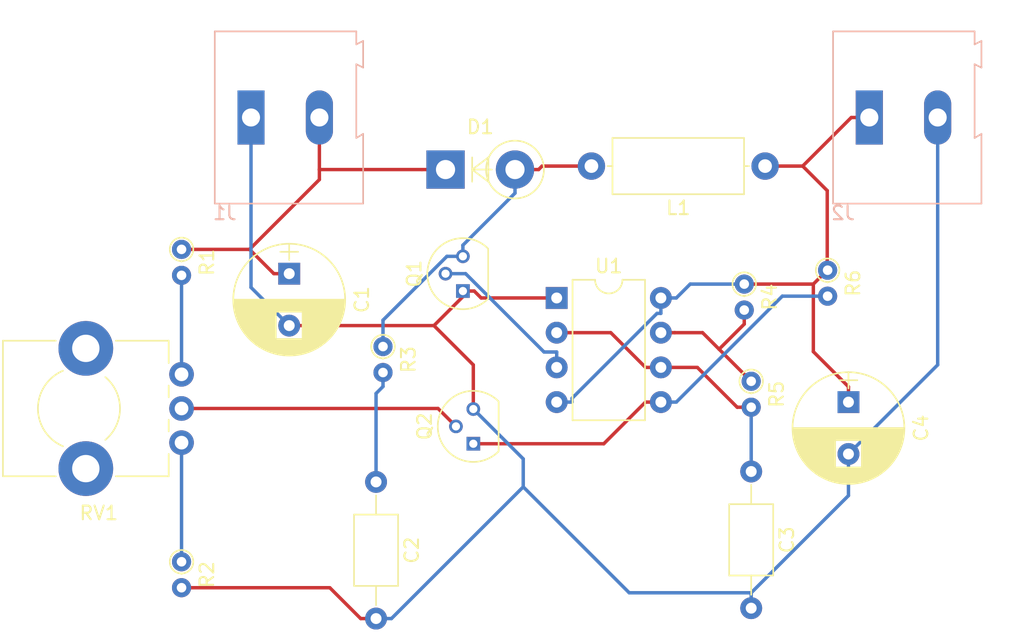
<source format=kicad_pcb>
(kicad_pcb (version 4) (host pcbnew 4.0.7)

  (general
    (links 33)
    (no_connects 0)
    (area 101.840999 80.175 177.016573 126.845001)
    (thickness 1.6)
    (drawings 0)
    (tracks 90)
    (zones 0)
    (modules 18)
    (nets 13)
  )

  (page A4)
  (layers
    (0 F.Cu signal)
    (31 B.Cu signal)
    (32 B.Adhes user)
    (33 F.Adhes user)
    (34 B.Paste user)
    (35 F.Paste user)
    (36 B.SilkS user)
    (37 F.SilkS user)
    (38 B.Mask user)
    (39 F.Mask user)
    (40 Dwgs.User user)
    (41 Cmts.User user)
    (42 Eco1.User user)
    (43 Eco2.User user)
    (44 Edge.Cuts user)
    (45 Margin user)
    (46 B.CrtYd user)
    (47 F.CrtYd user)
    (48 B.Fab user)
    (49 F.Fab user)
  )

  (setup
    (last_trace_width 0.25)
    (trace_clearance 0.2)
    (zone_clearance 0.508)
    (zone_45_only no)
    (trace_min 0.2)
    (segment_width 0.2)
    (edge_width 0.15)
    (via_size 0.6)
    (via_drill 0.4)
    (via_min_size 0.4)
    (via_min_drill 0.3)
    (uvia_size 0.3)
    (uvia_drill 0.1)
    (uvias_allowed no)
    (uvia_min_size 0.2)
    (uvia_min_drill 0.1)
    (pcb_text_width 0.3)
    (pcb_text_size 1.5 1.5)
    (mod_edge_width 0.15)
    (mod_text_size 1 1)
    (mod_text_width 0.15)
    (pad_size 1.524 1.524)
    (pad_drill 0.762)
    (pad_to_mask_clearance 0.2)
    (aux_axis_origin 0 0)
    (visible_elements FFFFFF7F)
    (pcbplotparams
      (layerselection 0x00030_80000001)
      (usegerberextensions false)
      (excludeedgelayer true)
      (linewidth 0.100000)
      (plotframeref false)
      (viasonmask false)
      (mode 1)
      (useauxorigin false)
      (hpglpennumber 1)
      (hpglpenspeed 20)
      (hpglpendiameter 15)
      (hpglpenoverlay 2)
      (psnegative false)
      (psa4output false)
      (plotreference true)
      (plotvalue true)
      (plotinvisibletext false)
      (padsonsilk false)
      (subtractmaskfromsilk false)
      (outputformat 1)
      (mirror false)
      (drillshape 1)
      (scaleselection 1)
      (outputdirectory ""))
  )

  (net 0 "")
  (net 1 "Net-(C1-Pad1)")
  (net 2 "Net-(C1-Pad2)")
  (net 3 "Net-(C2-Pad1)")
  (net 4 "Net-(C3-Pad1)")
  (net 5 "Net-(C4-Pad1)")
  (net 6 "Net-(D1-Pad2)")
  (net 7 "Net-(Q1-Pad2)")
  (net 8 "Net-(Q2-Pad2)")
  (net 9 "Net-(Q2-Pad1)")
  (net 10 "Net-(R1-Pad2)")
  (net 11 "Net-(R2-Pad1)")
  (net 12 "Net-(R4-Pad2)")

  (net_class Default "これは標準のネット クラスです。"
    (clearance 0.2)
    (trace_width 0.25)
    (via_dia 0.6)
    (via_drill 0.4)
    (uvia_dia 0.3)
    (uvia_drill 0.1)
    (add_net "Net-(C1-Pad1)")
    (add_net "Net-(C1-Pad2)")
    (add_net "Net-(C2-Pad1)")
    (add_net "Net-(C3-Pad1)")
    (add_net "Net-(C4-Pad1)")
    (add_net "Net-(D1-Pad2)")
    (add_net "Net-(Q1-Pad2)")
    (add_net "Net-(Q2-Pad1)")
    (add_net "Net-(Q2-Pad2)")
    (add_net "Net-(R1-Pad2)")
    (add_net "Net-(R2-Pad1)")
    (add_net "Net-(R4-Pad2)")
  )

  (module Capacitors_THT:CP_Radial_D8.0mm_P3.80mm (layer F.Cu) (tedit 597BC7C2) (tstamp 5AD40D82)
    (at 123.19 100.33 270)
    (descr "CP, Radial series, Radial, pin pitch=3.80mm, , diameter=8mm, Electrolytic Capacitor")
    (tags "CP Radial series Radial pin pitch 3.80mm  diameter 8mm Electrolytic Capacitor")
    (path /5AD3EBC1)
    (fp_text reference C1 (at 1.9 -5.31 270) (layer F.SilkS)
      (effects (font (size 1 1) (thickness 0.15)))
    )
    (fp_text value CP (at 1.9 5.31 270) (layer F.Fab)
      (effects (font (size 1 1) (thickness 0.15)))
    )
    (fp_circle (center 1.9 0) (end 5.9 0) (layer F.Fab) (width 0.1))
    (fp_circle (center 1.9 0) (end 5.99 0) (layer F.SilkS) (width 0.12))
    (fp_line (start -2.2 0) (end -1 0) (layer F.Fab) (width 0.1))
    (fp_line (start -1.6 -0.65) (end -1.6 0.65) (layer F.Fab) (width 0.1))
    (fp_line (start 1.9 -4.05) (end 1.9 4.05) (layer F.SilkS) (width 0.12))
    (fp_line (start 1.94 -4.05) (end 1.94 4.05) (layer F.SilkS) (width 0.12))
    (fp_line (start 1.98 -4.05) (end 1.98 4.05) (layer F.SilkS) (width 0.12))
    (fp_line (start 2.02 -4.049) (end 2.02 4.049) (layer F.SilkS) (width 0.12))
    (fp_line (start 2.06 -4.047) (end 2.06 4.047) (layer F.SilkS) (width 0.12))
    (fp_line (start 2.1 -4.046) (end 2.1 4.046) (layer F.SilkS) (width 0.12))
    (fp_line (start 2.14 -4.043) (end 2.14 4.043) (layer F.SilkS) (width 0.12))
    (fp_line (start 2.18 -4.041) (end 2.18 4.041) (layer F.SilkS) (width 0.12))
    (fp_line (start 2.22 -4.038) (end 2.22 4.038) (layer F.SilkS) (width 0.12))
    (fp_line (start 2.26 -4.035) (end 2.26 4.035) (layer F.SilkS) (width 0.12))
    (fp_line (start 2.3 -4.031) (end 2.3 4.031) (layer F.SilkS) (width 0.12))
    (fp_line (start 2.34 -4.027) (end 2.34 4.027) (layer F.SilkS) (width 0.12))
    (fp_line (start 2.38 -4.022) (end 2.38 4.022) (layer F.SilkS) (width 0.12))
    (fp_line (start 2.42 -4.017) (end 2.42 4.017) (layer F.SilkS) (width 0.12))
    (fp_line (start 2.46 -4.012) (end 2.46 4.012) (layer F.SilkS) (width 0.12))
    (fp_line (start 2.5 -4.006) (end 2.5 4.006) (layer F.SilkS) (width 0.12))
    (fp_line (start 2.54 -4) (end 2.54 4) (layer F.SilkS) (width 0.12))
    (fp_line (start 2.58 -3.994) (end 2.58 3.994) (layer F.SilkS) (width 0.12))
    (fp_line (start 2.621 -3.987) (end 2.621 3.987) (layer F.SilkS) (width 0.12))
    (fp_line (start 2.661 -3.979) (end 2.661 3.979) (layer F.SilkS) (width 0.12))
    (fp_line (start 2.701 -3.971) (end 2.701 3.971) (layer F.SilkS) (width 0.12))
    (fp_line (start 2.741 -3.963) (end 2.741 3.963) (layer F.SilkS) (width 0.12))
    (fp_line (start 2.781 -3.955) (end 2.781 3.955) (layer F.SilkS) (width 0.12))
    (fp_line (start 2.821 -3.946) (end 2.821 -0.98) (layer F.SilkS) (width 0.12))
    (fp_line (start 2.821 0.98) (end 2.821 3.946) (layer F.SilkS) (width 0.12))
    (fp_line (start 2.861 -3.936) (end 2.861 -0.98) (layer F.SilkS) (width 0.12))
    (fp_line (start 2.861 0.98) (end 2.861 3.936) (layer F.SilkS) (width 0.12))
    (fp_line (start 2.901 -3.926) (end 2.901 -0.98) (layer F.SilkS) (width 0.12))
    (fp_line (start 2.901 0.98) (end 2.901 3.926) (layer F.SilkS) (width 0.12))
    (fp_line (start 2.941 -3.916) (end 2.941 -0.98) (layer F.SilkS) (width 0.12))
    (fp_line (start 2.941 0.98) (end 2.941 3.916) (layer F.SilkS) (width 0.12))
    (fp_line (start 2.981 -3.905) (end 2.981 -0.98) (layer F.SilkS) (width 0.12))
    (fp_line (start 2.981 0.98) (end 2.981 3.905) (layer F.SilkS) (width 0.12))
    (fp_line (start 3.021 -3.894) (end 3.021 -0.98) (layer F.SilkS) (width 0.12))
    (fp_line (start 3.021 0.98) (end 3.021 3.894) (layer F.SilkS) (width 0.12))
    (fp_line (start 3.061 -3.883) (end 3.061 -0.98) (layer F.SilkS) (width 0.12))
    (fp_line (start 3.061 0.98) (end 3.061 3.883) (layer F.SilkS) (width 0.12))
    (fp_line (start 3.101 -3.87) (end 3.101 -0.98) (layer F.SilkS) (width 0.12))
    (fp_line (start 3.101 0.98) (end 3.101 3.87) (layer F.SilkS) (width 0.12))
    (fp_line (start 3.141 -3.858) (end 3.141 -0.98) (layer F.SilkS) (width 0.12))
    (fp_line (start 3.141 0.98) (end 3.141 3.858) (layer F.SilkS) (width 0.12))
    (fp_line (start 3.181 -3.845) (end 3.181 -0.98) (layer F.SilkS) (width 0.12))
    (fp_line (start 3.181 0.98) (end 3.181 3.845) (layer F.SilkS) (width 0.12))
    (fp_line (start 3.221 -3.832) (end 3.221 -0.98) (layer F.SilkS) (width 0.12))
    (fp_line (start 3.221 0.98) (end 3.221 3.832) (layer F.SilkS) (width 0.12))
    (fp_line (start 3.261 -3.818) (end 3.261 -0.98) (layer F.SilkS) (width 0.12))
    (fp_line (start 3.261 0.98) (end 3.261 3.818) (layer F.SilkS) (width 0.12))
    (fp_line (start 3.301 -3.803) (end 3.301 -0.98) (layer F.SilkS) (width 0.12))
    (fp_line (start 3.301 0.98) (end 3.301 3.803) (layer F.SilkS) (width 0.12))
    (fp_line (start 3.341 -3.789) (end 3.341 -0.98) (layer F.SilkS) (width 0.12))
    (fp_line (start 3.341 0.98) (end 3.341 3.789) (layer F.SilkS) (width 0.12))
    (fp_line (start 3.381 -3.773) (end 3.381 -0.98) (layer F.SilkS) (width 0.12))
    (fp_line (start 3.381 0.98) (end 3.381 3.773) (layer F.SilkS) (width 0.12))
    (fp_line (start 3.421 -3.758) (end 3.421 -0.98) (layer F.SilkS) (width 0.12))
    (fp_line (start 3.421 0.98) (end 3.421 3.758) (layer F.SilkS) (width 0.12))
    (fp_line (start 3.461 -3.741) (end 3.461 -0.98) (layer F.SilkS) (width 0.12))
    (fp_line (start 3.461 0.98) (end 3.461 3.741) (layer F.SilkS) (width 0.12))
    (fp_line (start 3.501 -3.725) (end 3.501 -0.98) (layer F.SilkS) (width 0.12))
    (fp_line (start 3.501 0.98) (end 3.501 3.725) (layer F.SilkS) (width 0.12))
    (fp_line (start 3.541 -3.707) (end 3.541 -0.98) (layer F.SilkS) (width 0.12))
    (fp_line (start 3.541 0.98) (end 3.541 3.707) (layer F.SilkS) (width 0.12))
    (fp_line (start 3.581 -3.69) (end 3.581 -0.98) (layer F.SilkS) (width 0.12))
    (fp_line (start 3.581 0.98) (end 3.581 3.69) (layer F.SilkS) (width 0.12))
    (fp_line (start 3.621 -3.671) (end 3.621 -0.98) (layer F.SilkS) (width 0.12))
    (fp_line (start 3.621 0.98) (end 3.621 3.671) (layer F.SilkS) (width 0.12))
    (fp_line (start 3.661 -3.652) (end 3.661 -0.98) (layer F.SilkS) (width 0.12))
    (fp_line (start 3.661 0.98) (end 3.661 3.652) (layer F.SilkS) (width 0.12))
    (fp_line (start 3.701 -3.633) (end 3.701 -0.98) (layer F.SilkS) (width 0.12))
    (fp_line (start 3.701 0.98) (end 3.701 3.633) (layer F.SilkS) (width 0.12))
    (fp_line (start 3.741 -3.613) (end 3.741 -0.98) (layer F.SilkS) (width 0.12))
    (fp_line (start 3.741 0.98) (end 3.741 3.613) (layer F.SilkS) (width 0.12))
    (fp_line (start 3.781 -3.593) (end 3.781 -0.98) (layer F.SilkS) (width 0.12))
    (fp_line (start 3.781 0.98) (end 3.781 3.593) (layer F.SilkS) (width 0.12))
    (fp_line (start 3.821 -3.572) (end 3.821 -0.98) (layer F.SilkS) (width 0.12))
    (fp_line (start 3.821 0.98) (end 3.821 3.572) (layer F.SilkS) (width 0.12))
    (fp_line (start 3.861 -3.55) (end 3.861 -0.98) (layer F.SilkS) (width 0.12))
    (fp_line (start 3.861 0.98) (end 3.861 3.55) (layer F.SilkS) (width 0.12))
    (fp_line (start 3.901 -3.528) (end 3.901 -0.98) (layer F.SilkS) (width 0.12))
    (fp_line (start 3.901 0.98) (end 3.901 3.528) (layer F.SilkS) (width 0.12))
    (fp_line (start 3.941 -3.505) (end 3.941 -0.98) (layer F.SilkS) (width 0.12))
    (fp_line (start 3.941 0.98) (end 3.941 3.505) (layer F.SilkS) (width 0.12))
    (fp_line (start 3.981 -3.482) (end 3.981 -0.98) (layer F.SilkS) (width 0.12))
    (fp_line (start 3.981 0.98) (end 3.981 3.482) (layer F.SilkS) (width 0.12))
    (fp_line (start 4.021 -3.458) (end 4.021 -0.98) (layer F.SilkS) (width 0.12))
    (fp_line (start 4.021 0.98) (end 4.021 3.458) (layer F.SilkS) (width 0.12))
    (fp_line (start 4.061 -3.434) (end 4.061 -0.98) (layer F.SilkS) (width 0.12))
    (fp_line (start 4.061 0.98) (end 4.061 3.434) (layer F.SilkS) (width 0.12))
    (fp_line (start 4.101 -3.408) (end 4.101 -0.98) (layer F.SilkS) (width 0.12))
    (fp_line (start 4.101 0.98) (end 4.101 3.408) (layer F.SilkS) (width 0.12))
    (fp_line (start 4.141 -3.383) (end 4.141 -0.98) (layer F.SilkS) (width 0.12))
    (fp_line (start 4.141 0.98) (end 4.141 3.383) (layer F.SilkS) (width 0.12))
    (fp_line (start 4.181 -3.356) (end 4.181 -0.98) (layer F.SilkS) (width 0.12))
    (fp_line (start 4.181 0.98) (end 4.181 3.356) (layer F.SilkS) (width 0.12))
    (fp_line (start 4.221 -3.329) (end 4.221 -0.98) (layer F.SilkS) (width 0.12))
    (fp_line (start 4.221 0.98) (end 4.221 3.329) (layer F.SilkS) (width 0.12))
    (fp_line (start 4.261 -3.301) (end 4.261 -0.98) (layer F.SilkS) (width 0.12))
    (fp_line (start 4.261 0.98) (end 4.261 3.301) (layer F.SilkS) (width 0.12))
    (fp_line (start 4.301 -3.272) (end 4.301 -0.98) (layer F.SilkS) (width 0.12))
    (fp_line (start 4.301 0.98) (end 4.301 3.272) (layer F.SilkS) (width 0.12))
    (fp_line (start 4.341 -3.243) (end 4.341 -0.98) (layer F.SilkS) (width 0.12))
    (fp_line (start 4.341 0.98) (end 4.341 3.243) (layer F.SilkS) (width 0.12))
    (fp_line (start 4.381 -3.213) (end 4.381 -0.98) (layer F.SilkS) (width 0.12))
    (fp_line (start 4.381 0.98) (end 4.381 3.213) (layer F.SilkS) (width 0.12))
    (fp_line (start 4.421 -3.182) (end 4.421 -0.98) (layer F.SilkS) (width 0.12))
    (fp_line (start 4.421 0.98) (end 4.421 3.182) (layer F.SilkS) (width 0.12))
    (fp_line (start 4.461 -3.15) (end 4.461 -0.98) (layer F.SilkS) (width 0.12))
    (fp_line (start 4.461 0.98) (end 4.461 3.15) (layer F.SilkS) (width 0.12))
    (fp_line (start 4.501 -3.118) (end 4.501 -0.98) (layer F.SilkS) (width 0.12))
    (fp_line (start 4.501 0.98) (end 4.501 3.118) (layer F.SilkS) (width 0.12))
    (fp_line (start 4.541 -3.084) (end 4.541 -0.98) (layer F.SilkS) (width 0.12))
    (fp_line (start 4.541 0.98) (end 4.541 3.084) (layer F.SilkS) (width 0.12))
    (fp_line (start 4.581 -3.05) (end 4.581 -0.98) (layer F.SilkS) (width 0.12))
    (fp_line (start 4.581 0.98) (end 4.581 3.05) (layer F.SilkS) (width 0.12))
    (fp_line (start 4.621 -3.015) (end 4.621 -0.98) (layer F.SilkS) (width 0.12))
    (fp_line (start 4.621 0.98) (end 4.621 3.015) (layer F.SilkS) (width 0.12))
    (fp_line (start 4.661 -2.979) (end 4.661 -0.98) (layer F.SilkS) (width 0.12))
    (fp_line (start 4.661 0.98) (end 4.661 2.979) (layer F.SilkS) (width 0.12))
    (fp_line (start 4.701 -2.942) (end 4.701 -0.98) (layer F.SilkS) (width 0.12))
    (fp_line (start 4.701 0.98) (end 4.701 2.942) (layer F.SilkS) (width 0.12))
    (fp_line (start 4.741 -2.904) (end 4.741 -0.98) (layer F.SilkS) (width 0.12))
    (fp_line (start 4.741 0.98) (end 4.741 2.904) (layer F.SilkS) (width 0.12))
    (fp_line (start 4.781 -2.865) (end 4.781 2.865) (layer F.SilkS) (width 0.12))
    (fp_line (start 4.821 -2.824) (end 4.821 2.824) (layer F.SilkS) (width 0.12))
    (fp_line (start 4.861 -2.783) (end 4.861 2.783) (layer F.SilkS) (width 0.12))
    (fp_line (start 4.901 -2.74) (end 4.901 2.74) (layer F.SilkS) (width 0.12))
    (fp_line (start 4.941 -2.697) (end 4.941 2.697) (layer F.SilkS) (width 0.12))
    (fp_line (start 4.981 -2.652) (end 4.981 2.652) (layer F.SilkS) (width 0.12))
    (fp_line (start 5.021 -2.605) (end 5.021 2.605) (layer F.SilkS) (width 0.12))
    (fp_line (start 5.061 -2.557) (end 5.061 2.557) (layer F.SilkS) (width 0.12))
    (fp_line (start 5.101 -2.508) (end 5.101 2.508) (layer F.SilkS) (width 0.12))
    (fp_line (start 5.141 -2.457) (end 5.141 2.457) (layer F.SilkS) (width 0.12))
    (fp_line (start 5.181 -2.404) (end 5.181 2.404) (layer F.SilkS) (width 0.12))
    (fp_line (start 5.221 -2.349) (end 5.221 2.349) (layer F.SilkS) (width 0.12))
    (fp_line (start 5.261 -2.293) (end 5.261 2.293) (layer F.SilkS) (width 0.12))
    (fp_line (start 5.301 -2.234) (end 5.301 2.234) (layer F.SilkS) (width 0.12))
    (fp_line (start 5.341 -2.173) (end 5.341 2.173) (layer F.SilkS) (width 0.12))
    (fp_line (start 5.381 -2.109) (end 5.381 2.109) (layer F.SilkS) (width 0.12))
    (fp_line (start 5.421 -2.043) (end 5.421 2.043) (layer F.SilkS) (width 0.12))
    (fp_line (start 5.461 -1.974) (end 5.461 1.974) (layer F.SilkS) (width 0.12))
    (fp_line (start 5.501 -1.902) (end 5.501 1.902) (layer F.SilkS) (width 0.12))
    (fp_line (start 5.541 -1.826) (end 5.541 1.826) (layer F.SilkS) (width 0.12))
    (fp_line (start 5.581 -1.745) (end 5.581 1.745) (layer F.SilkS) (width 0.12))
    (fp_line (start 5.621 -1.66) (end 5.621 1.66) (layer F.SilkS) (width 0.12))
    (fp_line (start 5.661 -1.57) (end 5.661 1.57) (layer F.SilkS) (width 0.12))
    (fp_line (start 5.701 -1.473) (end 5.701 1.473) (layer F.SilkS) (width 0.12))
    (fp_line (start 5.741 -1.369) (end 5.741 1.369) (layer F.SilkS) (width 0.12))
    (fp_line (start 5.781 -1.254) (end 5.781 1.254) (layer F.SilkS) (width 0.12))
    (fp_line (start 5.821 -1.127) (end 5.821 1.127) (layer F.SilkS) (width 0.12))
    (fp_line (start 5.861 -0.983) (end 5.861 0.983) (layer F.SilkS) (width 0.12))
    (fp_line (start 5.901 -0.814) (end 5.901 0.814) (layer F.SilkS) (width 0.12))
    (fp_line (start 5.941 -0.598) (end 5.941 0.598) (layer F.SilkS) (width 0.12))
    (fp_line (start 5.981 -0.246) (end 5.981 0.246) (layer F.SilkS) (width 0.12))
    (fp_line (start -2.2 0) (end -1 0) (layer F.SilkS) (width 0.12))
    (fp_line (start -1.6 -0.65) (end -1.6 0.65) (layer F.SilkS) (width 0.12))
    (fp_line (start -2.45 -4.35) (end -2.45 4.35) (layer F.CrtYd) (width 0.05))
    (fp_line (start -2.45 4.35) (end 6.25 4.35) (layer F.CrtYd) (width 0.05))
    (fp_line (start 6.25 4.35) (end 6.25 -4.35) (layer F.CrtYd) (width 0.05))
    (fp_line (start 6.25 -4.35) (end -2.45 -4.35) (layer F.CrtYd) (width 0.05))
    (fp_text user %R (at 1.9 0 270) (layer F.Fab)
      (effects (font (size 1 1) (thickness 0.15)))
    )
    (pad 1 thru_hole rect (at 0 0 270) (size 1.6 1.6) (drill 0.8) (layers *.Cu *.Mask)
      (net 1 "Net-(C1-Pad1)"))
    (pad 2 thru_hole circle (at 3.8 0 270) (size 1.6 1.6) (drill 0.8) (layers *.Cu *.Mask)
      (net 2 "Net-(C1-Pad2)"))
    (model ${KISYS3DMOD}/Capacitors_THT.3dshapes/CP_Radial_D8.0mm_P3.80mm.wrl
      (at (xyz 0 0 0))
      (scale (xyz 1 1 1))
      (rotate (xyz 0 0 0))
    )
  )

  (module Capacitors_THT:C_Axial_L5.1mm_D3.1mm_P10.00mm_Horizontal (layer F.Cu) (tedit 597BC7C2) (tstamp 5AD40D88)
    (at 129.54 115.57 270)
    (descr "C, Axial series, Axial, Horizontal, pin pitch=10mm, , length*diameter=5.1*3.1mm^2, http://www.vishay.com/docs/45231/arseries.pdf")
    (tags "C Axial series Axial Horizontal pin pitch 10mm  length 5.1mm diameter 3.1mm")
    (path /5AD3EB8C)
    (fp_text reference C2 (at 5 -2.61 270) (layer F.SilkS)
      (effects (font (size 1 1) (thickness 0.15)))
    )
    (fp_text value C (at 5 2.61 270) (layer F.Fab)
      (effects (font (size 1 1) (thickness 0.15)))
    )
    (fp_line (start 2.45 -1.55) (end 2.45 1.55) (layer F.Fab) (width 0.1))
    (fp_line (start 2.45 1.55) (end 7.55 1.55) (layer F.Fab) (width 0.1))
    (fp_line (start 7.55 1.55) (end 7.55 -1.55) (layer F.Fab) (width 0.1))
    (fp_line (start 7.55 -1.55) (end 2.45 -1.55) (layer F.Fab) (width 0.1))
    (fp_line (start 0 0) (end 2.45 0) (layer F.Fab) (width 0.1))
    (fp_line (start 10 0) (end 7.55 0) (layer F.Fab) (width 0.1))
    (fp_line (start 2.39 -1.61) (end 2.39 1.61) (layer F.SilkS) (width 0.12))
    (fp_line (start 2.39 1.61) (end 7.61 1.61) (layer F.SilkS) (width 0.12))
    (fp_line (start 7.61 1.61) (end 7.61 -1.61) (layer F.SilkS) (width 0.12))
    (fp_line (start 7.61 -1.61) (end 2.39 -1.61) (layer F.SilkS) (width 0.12))
    (fp_line (start 0.98 0) (end 2.39 0) (layer F.SilkS) (width 0.12))
    (fp_line (start 9.02 0) (end 7.61 0) (layer F.SilkS) (width 0.12))
    (fp_line (start -1.05 -1.9) (end -1.05 1.9) (layer F.CrtYd) (width 0.05))
    (fp_line (start -1.05 1.9) (end 11.05 1.9) (layer F.CrtYd) (width 0.05))
    (fp_line (start 11.05 1.9) (end 11.05 -1.9) (layer F.CrtYd) (width 0.05))
    (fp_line (start 11.05 -1.9) (end -1.05 -1.9) (layer F.CrtYd) (width 0.05))
    (fp_text user %R (at 5 0 270) (layer F.Fab)
      (effects (font (size 1 1) (thickness 0.15)))
    )
    (pad 1 thru_hole circle (at 0 0 270) (size 1.6 1.6) (drill 0.8) (layers *.Cu *.Mask)
      (net 3 "Net-(C2-Pad1)"))
    (pad 2 thru_hole oval (at 10 0 270) (size 1.6 1.6) (drill 0.8) (layers *.Cu *.Mask)
      (net 2 "Net-(C1-Pad2)"))
    (model ${KISYS3DMOD}/Capacitors_THT.3dshapes/C_Axial_L5.1mm_D3.1mm_P10.00mm_Horizontal.wrl
      (at (xyz 0 0 0))
      (scale (xyz 1 1 1))
      (rotate (xyz 0 0 0))
    )
  )

  (module Capacitors_THT:C_Axial_L5.1mm_D3.1mm_P10.00mm_Horizontal (layer F.Cu) (tedit 597BC7C2) (tstamp 5AD40D8E)
    (at 156.972 114.808 270)
    (descr "C, Axial series, Axial, Horizontal, pin pitch=10mm, , length*diameter=5.1*3.1mm^2, http://www.vishay.com/docs/45231/arseries.pdf")
    (tags "C Axial series Axial Horizontal pin pitch 10mm  length 5.1mm diameter 3.1mm")
    (path /5AD3EB41)
    (fp_text reference C3 (at 5 -2.61 270) (layer F.SilkS)
      (effects (font (size 1 1) (thickness 0.15)))
    )
    (fp_text value C (at 5 2.61 270) (layer F.Fab)
      (effects (font (size 1 1) (thickness 0.15)))
    )
    (fp_line (start 2.45 -1.55) (end 2.45 1.55) (layer F.Fab) (width 0.1))
    (fp_line (start 2.45 1.55) (end 7.55 1.55) (layer F.Fab) (width 0.1))
    (fp_line (start 7.55 1.55) (end 7.55 -1.55) (layer F.Fab) (width 0.1))
    (fp_line (start 7.55 -1.55) (end 2.45 -1.55) (layer F.Fab) (width 0.1))
    (fp_line (start 0 0) (end 2.45 0) (layer F.Fab) (width 0.1))
    (fp_line (start 10 0) (end 7.55 0) (layer F.Fab) (width 0.1))
    (fp_line (start 2.39 -1.61) (end 2.39 1.61) (layer F.SilkS) (width 0.12))
    (fp_line (start 2.39 1.61) (end 7.61 1.61) (layer F.SilkS) (width 0.12))
    (fp_line (start 7.61 1.61) (end 7.61 -1.61) (layer F.SilkS) (width 0.12))
    (fp_line (start 7.61 -1.61) (end 2.39 -1.61) (layer F.SilkS) (width 0.12))
    (fp_line (start 0.98 0) (end 2.39 0) (layer F.SilkS) (width 0.12))
    (fp_line (start 9.02 0) (end 7.61 0) (layer F.SilkS) (width 0.12))
    (fp_line (start -1.05 -1.9) (end -1.05 1.9) (layer F.CrtYd) (width 0.05))
    (fp_line (start -1.05 1.9) (end 11.05 1.9) (layer F.CrtYd) (width 0.05))
    (fp_line (start 11.05 1.9) (end 11.05 -1.9) (layer F.CrtYd) (width 0.05))
    (fp_line (start 11.05 -1.9) (end -1.05 -1.9) (layer F.CrtYd) (width 0.05))
    (fp_text user %R (at 5 0 270) (layer F.Fab)
      (effects (font (size 1 1) (thickness 0.15)))
    )
    (pad 1 thru_hole circle (at 0 0 270) (size 1.6 1.6) (drill 0.8) (layers *.Cu *.Mask)
      (net 4 "Net-(C3-Pad1)"))
    (pad 2 thru_hole oval (at 10 0 270) (size 1.6 1.6) (drill 0.8) (layers *.Cu *.Mask)
      (net 2 "Net-(C1-Pad2)"))
    (model ${KISYS3DMOD}/Capacitors_THT.3dshapes/C_Axial_L5.1mm_D3.1mm_P10.00mm_Horizontal.wrl
      (at (xyz 0 0 0))
      (scale (xyz 1 1 1))
      (rotate (xyz 0 0 0))
    )
  )

  (module Capacitors_THT:CP_Radial_D8.0mm_P3.80mm (layer F.Cu) (tedit 597BC7C2) (tstamp 5AD40D94)
    (at 164.084 109.728 270)
    (descr "CP, Radial series, Radial, pin pitch=3.80mm, , diameter=8mm, Electrolytic Capacitor")
    (tags "CP Radial series Radial pin pitch 3.80mm  diameter 8mm Electrolytic Capacitor")
    (path /5AD402A3)
    (fp_text reference C4 (at 1.9 -5.31 270) (layer F.SilkS)
      (effects (font (size 1 1) (thickness 0.15)))
    )
    (fp_text value CP (at 1.9 5.31 270) (layer F.Fab)
      (effects (font (size 1 1) (thickness 0.15)))
    )
    (fp_circle (center 1.9 0) (end 5.9 0) (layer F.Fab) (width 0.1))
    (fp_circle (center 1.9 0) (end 5.99 0) (layer F.SilkS) (width 0.12))
    (fp_line (start -2.2 0) (end -1 0) (layer F.Fab) (width 0.1))
    (fp_line (start -1.6 -0.65) (end -1.6 0.65) (layer F.Fab) (width 0.1))
    (fp_line (start 1.9 -4.05) (end 1.9 4.05) (layer F.SilkS) (width 0.12))
    (fp_line (start 1.94 -4.05) (end 1.94 4.05) (layer F.SilkS) (width 0.12))
    (fp_line (start 1.98 -4.05) (end 1.98 4.05) (layer F.SilkS) (width 0.12))
    (fp_line (start 2.02 -4.049) (end 2.02 4.049) (layer F.SilkS) (width 0.12))
    (fp_line (start 2.06 -4.047) (end 2.06 4.047) (layer F.SilkS) (width 0.12))
    (fp_line (start 2.1 -4.046) (end 2.1 4.046) (layer F.SilkS) (width 0.12))
    (fp_line (start 2.14 -4.043) (end 2.14 4.043) (layer F.SilkS) (width 0.12))
    (fp_line (start 2.18 -4.041) (end 2.18 4.041) (layer F.SilkS) (width 0.12))
    (fp_line (start 2.22 -4.038) (end 2.22 4.038) (layer F.SilkS) (width 0.12))
    (fp_line (start 2.26 -4.035) (end 2.26 4.035) (layer F.SilkS) (width 0.12))
    (fp_line (start 2.3 -4.031) (end 2.3 4.031) (layer F.SilkS) (width 0.12))
    (fp_line (start 2.34 -4.027) (end 2.34 4.027) (layer F.SilkS) (width 0.12))
    (fp_line (start 2.38 -4.022) (end 2.38 4.022) (layer F.SilkS) (width 0.12))
    (fp_line (start 2.42 -4.017) (end 2.42 4.017) (layer F.SilkS) (width 0.12))
    (fp_line (start 2.46 -4.012) (end 2.46 4.012) (layer F.SilkS) (width 0.12))
    (fp_line (start 2.5 -4.006) (end 2.5 4.006) (layer F.SilkS) (width 0.12))
    (fp_line (start 2.54 -4) (end 2.54 4) (layer F.SilkS) (width 0.12))
    (fp_line (start 2.58 -3.994) (end 2.58 3.994) (layer F.SilkS) (width 0.12))
    (fp_line (start 2.621 -3.987) (end 2.621 3.987) (layer F.SilkS) (width 0.12))
    (fp_line (start 2.661 -3.979) (end 2.661 3.979) (layer F.SilkS) (width 0.12))
    (fp_line (start 2.701 -3.971) (end 2.701 3.971) (layer F.SilkS) (width 0.12))
    (fp_line (start 2.741 -3.963) (end 2.741 3.963) (layer F.SilkS) (width 0.12))
    (fp_line (start 2.781 -3.955) (end 2.781 3.955) (layer F.SilkS) (width 0.12))
    (fp_line (start 2.821 -3.946) (end 2.821 -0.98) (layer F.SilkS) (width 0.12))
    (fp_line (start 2.821 0.98) (end 2.821 3.946) (layer F.SilkS) (width 0.12))
    (fp_line (start 2.861 -3.936) (end 2.861 -0.98) (layer F.SilkS) (width 0.12))
    (fp_line (start 2.861 0.98) (end 2.861 3.936) (layer F.SilkS) (width 0.12))
    (fp_line (start 2.901 -3.926) (end 2.901 -0.98) (layer F.SilkS) (width 0.12))
    (fp_line (start 2.901 0.98) (end 2.901 3.926) (layer F.SilkS) (width 0.12))
    (fp_line (start 2.941 -3.916) (end 2.941 -0.98) (layer F.SilkS) (width 0.12))
    (fp_line (start 2.941 0.98) (end 2.941 3.916) (layer F.SilkS) (width 0.12))
    (fp_line (start 2.981 -3.905) (end 2.981 -0.98) (layer F.SilkS) (width 0.12))
    (fp_line (start 2.981 0.98) (end 2.981 3.905) (layer F.SilkS) (width 0.12))
    (fp_line (start 3.021 -3.894) (end 3.021 -0.98) (layer F.SilkS) (width 0.12))
    (fp_line (start 3.021 0.98) (end 3.021 3.894) (layer F.SilkS) (width 0.12))
    (fp_line (start 3.061 -3.883) (end 3.061 -0.98) (layer F.SilkS) (width 0.12))
    (fp_line (start 3.061 0.98) (end 3.061 3.883) (layer F.SilkS) (width 0.12))
    (fp_line (start 3.101 -3.87) (end 3.101 -0.98) (layer F.SilkS) (width 0.12))
    (fp_line (start 3.101 0.98) (end 3.101 3.87) (layer F.SilkS) (width 0.12))
    (fp_line (start 3.141 -3.858) (end 3.141 -0.98) (layer F.SilkS) (width 0.12))
    (fp_line (start 3.141 0.98) (end 3.141 3.858) (layer F.SilkS) (width 0.12))
    (fp_line (start 3.181 -3.845) (end 3.181 -0.98) (layer F.SilkS) (width 0.12))
    (fp_line (start 3.181 0.98) (end 3.181 3.845) (layer F.SilkS) (width 0.12))
    (fp_line (start 3.221 -3.832) (end 3.221 -0.98) (layer F.SilkS) (width 0.12))
    (fp_line (start 3.221 0.98) (end 3.221 3.832) (layer F.SilkS) (width 0.12))
    (fp_line (start 3.261 -3.818) (end 3.261 -0.98) (layer F.SilkS) (width 0.12))
    (fp_line (start 3.261 0.98) (end 3.261 3.818) (layer F.SilkS) (width 0.12))
    (fp_line (start 3.301 -3.803) (end 3.301 -0.98) (layer F.SilkS) (width 0.12))
    (fp_line (start 3.301 0.98) (end 3.301 3.803) (layer F.SilkS) (width 0.12))
    (fp_line (start 3.341 -3.789) (end 3.341 -0.98) (layer F.SilkS) (width 0.12))
    (fp_line (start 3.341 0.98) (end 3.341 3.789) (layer F.SilkS) (width 0.12))
    (fp_line (start 3.381 -3.773) (end 3.381 -0.98) (layer F.SilkS) (width 0.12))
    (fp_line (start 3.381 0.98) (end 3.381 3.773) (layer F.SilkS) (width 0.12))
    (fp_line (start 3.421 -3.758) (end 3.421 -0.98) (layer F.SilkS) (width 0.12))
    (fp_line (start 3.421 0.98) (end 3.421 3.758) (layer F.SilkS) (width 0.12))
    (fp_line (start 3.461 -3.741) (end 3.461 -0.98) (layer F.SilkS) (width 0.12))
    (fp_line (start 3.461 0.98) (end 3.461 3.741) (layer F.SilkS) (width 0.12))
    (fp_line (start 3.501 -3.725) (end 3.501 -0.98) (layer F.SilkS) (width 0.12))
    (fp_line (start 3.501 0.98) (end 3.501 3.725) (layer F.SilkS) (width 0.12))
    (fp_line (start 3.541 -3.707) (end 3.541 -0.98) (layer F.SilkS) (width 0.12))
    (fp_line (start 3.541 0.98) (end 3.541 3.707) (layer F.SilkS) (width 0.12))
    (fp_line (start 3.581 -3.69) (end 3.581 -0.98) (layer F.SilkS) (width 0.12))
    (fp_line (start 3.581 0.98) (end 3.581 3.69) (layer F.SilkS) (width 0.12))
    (fp_line (start 3.621 -3.671) (end 3.621 -0.98) (layer F.SilkS) (width 0.12))
    (fp_line (start 3.621 0.98) (end 3.621 3.671) (layer F.SilkS) (width 0.12))
    (fp_line (start 3.661 -3.652) (end 3.661 -0.98) (layer F.SilkS) (width 0.12))
    (fp_line (start 3.661 0.98) (end 3.661 3.652) (layer F.SilkS) (width 0.12))
    (fp_line (start 3.701 -3.633) (end 3.701 -0.98) (layer F.SilkS) (width 0.12))
    (fp_line (start 3.701 0.98) (end 3.701 3.633) (layer F.SilkS) (width 0.12))
    (fp_line (start 3.741 -3.613) (end 3.741 -0.98) (layer F.SilkS) (width 0.12))
    (fp_line (start 3.741 0.98) (end 3.741 3.613) (layer F.SilkS) (width 0.12))
    (fp_line (start 3.781 -3.593) (end 3.781 -0.98) (layer F.SilkS) (width 0.12))
    (fp_line (start 3.781 0.98) (end 3.781 3.593) (layer F.SilkS) (width 0.12))
    (fp_line (start 3.821 -3.572) (end 3.821 -0.98) (layer F.SilkS) (width 0.12))
    (fp_line (start 3.821 0.98) (end 3.821 3.572) (layer F.SilkS) (width 0.12))
    (fp_line (start 3.861 -3.55) (end 3.861 -0.98) (layer F.SilkS) (width 0.12))
    (fp_line (start 3.861 0.98) (end 3.861 3.55) (layer F.SilkS) (width 0.12))
    (fp_line (start 3.901 -3.528) (end 3.901 -0.98) (layer F.SilkS) (width 0.12))
    (fp_line (start 3.901 0.98) (end 3.901 3.528) (layer F.SilkS) (width 0.12))
    (fp_line (start 3.941 -3.505) (end 3.941 -0.98) (layer F.SilkS) (width 0.12))
    (fp_line (start 3.941 0.98) (end 3.941 3.505) (layer F.SilkS) (width 0.12))
    (fp_line (start 3.981 -3.482) (end 3.981 -0.98) (layer F.SilkS) (width 0.12))
    (fp_line (start 3.981 0.98) (end 3.981 3.482) (layer F.SilkS) (width 0.12))
    (fp_line (start 4.021 -3.458) (end 4.021 -0.98) (layer F.SilkS) (width 0.12))
    (fp_line (start 4.021 0.98) (end 4.021 3.458) (layer F.SilkS) (width 0.12))
    (fp_line (start 4.061 -3.434) (end 4.061 -0.98) (layer F.SilkS) (width 0.12))
    (fp_line (start 4.061 0.98) (end 4.061 3.434) (layer F.SilkS) (width 0.12))
    (fp_line (start 4.101 -3.408) (end 4.101 -0.98) (layer F.SilkS) (width 0.12))
    (fp_line (start 4.101 0.98) (end 4.101 3.408) (layer F.SilkS) (width 0.12))
    (fp_line (start 4.141 -3.383) (end 4.141 -0.98) (layer F.SilkS) (width 0.12))
    (fp_line (start 4.141 0.98) (end 4.141 3.383) (layer F.SilkS) (width 0.12))
    (fp_line (start 4.181 -3.356) (end 4.181 -0.98) (layer F.SilkS) (width 0.12))
    (fp_line (start 4.181 0.98) (end 4.181 3.356) (layer F.SilkS) (width 0.12))
    (fp_line (start 4.221 -3.329) (end 4.221 -0.98) (layer F.SilkS) (width 0.12))
    (fp_line (start 4.221 0.98) (end 4.221 3.329) (layer F.SilkS) (width 0.12))
    (fp_line (start 4.261 -3.301) (end 4.261 -0.98) (layer F.SilkS) (width 0.12))
    (fp_line (start 4.261 0.98) (end 4.261 3.301) (layer F.SilkS) (width 0.12))
    (fp_line (start 4.301 -3.272) (end 4.301 -0.98) (layer F.SilkS) (width 0.12))
    (fp_line (start 4.301 0.98) (end 4.301 3.272) (layer F.SilkS) (width 0.12))
    (fp_line (start 4.341 -3.243) (end 4.341 -0.98) (layer F.SilkS) (width 0.12))
    (fp_line (start 4.341 0.98) (end 4.341 3.243) (layer F.SilkS) (width 0.12))
    (fp_line (start 4.381 -3.213) (end 4.381 -0.98) (layer F.SilkS) (width 0.12))
    (fp_line (start 4.381 0.98) (end 4.381 3.213) (layer F.SilkS) (width 0.12))
    (fp_line (start 4.421 -3.182) (end 4.421 -0.98) (layer F.SilkS) (width 0.12))
    (fp_line (start 4.421 0.98) (end 4.421 3.182) (layer F.SilkS) (width 0.12))
    (fp_line (start 4.461 -3.15) (end 4.461 -0.98) (layer F.SilkS) (width 0.12))
    (fp_line (start 4.461 0.98) (end 4.461 3.15) (layer F.SilkS) (width 0.12))
    (fp_line (start 4.501 -3.118) (end 4.501 -0.98) (layer F.SilkS) (width 0.12))
    (fp_line (start 4.501 0.98) (end 4.501 3.118) (layer F.SilkS) (width 0.12))
    (fp_line (start 4.541 -3.084) (end 4.541 -0.98) (layer F.SilkS) (width 0.12))
    (fp_line (start 4.541 0.98) (end 4.541 3.084) (layer F.SilkS) (width 0.12))
    (fp_line (start 4.581 -3.05) (end 4.581 -0.98) (layer F.SilkS) (width 0.12))
    (fp_line (start 4.581 0.98) (end 4.581 3.05) (layer F.SilkS) (width 0.12))
    (fp_line (start 4.621 -3.015) (end 4.621 -0.98) (layer F.SilkS) (width 0.12))
    (fp_line (start 4.621 0.98) (end 4.621 3.015) (layer F.SilkS) (width 0.12))
    (fp_line (start 4.661 -2.979) (end 4.661 -0.98) (layer F.SilkS) (width 0.12))
    (fp_line (start 4.661 0.98) (end 4.661 2.979) (layer F.SilkS) (width 0.12))
    (fp_line (start 4.701 -2.942) (end 4.701 -0.98) (layer F.SilkS) (width 0.12))
    (fp_line (start 4.701 0.98) (end 4.701 2.942) (layer F.SilkS) (width 0.12))
    (fp_line (start 4.741 -2.904) (end 4.741 -0.98) (layer F.SilkS) (width 0.12))
    (fp_line (start 4.741 0.98) (end 4.741 2.904) (layer F.SilkS) (width 0.12))
    (fp_line (start 4.781 -2.865) (end 4.781 2.865) (layer F.SilkS) (width 0.12))
    (fp_line (start 4.821 -2.824) (end 4.821 2.824) (layer F.SilkS) (width 0.12))
    (fp_line (start 4.861 -2.783) (end 4.861 2.783) (layer F.SilkS) (width 0.12))
    (fp_line (start 4.901 -2.74) (end 4.901 2.74) (layer F.SilkS) (width 0.12))
    (fp_line (start 4.941 -2.697) (end 4.941 2.697) (layer F.SilkS) (width 0.12))
    (fp_line (start 4.981 -2.652) (end 4.981 2.652) (layer F.SilkS) (width 0.12))
    (fp_line (start 5.021 -2.605) (end 5.021 2.605) (layer F.SilkS) (width 0.12))
    (fp_line (start 5.061 -2.557) (end 5.061 2.557) (layer F.SilkS) (width 0.12))
    (fp_line (start 5.101 -2.508) (end 5.101 2.508) (layer F.SilkS) (width 0.12))
    (fp_line (start 5.141 -2.457) (end 5.141 2.457) (layer F.SilkS) (width 0.12))
    (fp_line (start 5.181 -2.404) (end 5.181 2.404) (layer F.SilkS) (width 0.12))
    (fp_line (start 5.221 -2.349) (end 5.221 2.349) (layer F.SilkS) (width 0.12))
    (fp_line (start 5.261 -2.293) (end 5.261 2.293) (layer F.SilkS) (width 0.12))
    (fp_line (start 5.301 -2.234) (end 5.301 2.234) (layer F.SilkS) (width 0.12))
    (fp_line (start 5.341 -2.173) (end 5.341 2.173) (layer F.SilkS) (width 0.12))
    (fp_line (start 5.381 -2.109) (end 5.381 2.109) (layer F.SilkS) (width 0.12))
    (fp_line (start 5.421 -2.043) (end 5.421 2.043) (layer F.SilkS) (width 0.12))
    (fp_line (start 5.461 -1.974) (end 5.461 1.974) (layer F.SilkS) (width 0.12))
    (fp_line (start 5.501 -1.902) (end 5.501 1.902) (layer F.SilkS) (width 0.12))
    (fp_line (start 5.541 -1.826) (end 5.541 1.826) (layer F.SilkS) (width 0.12))
    (fp_line (start 5.581 -1.745) (end 5.581 1.745) (layer F.SilkS) (width 0.12))
    (fp_line (start 5.621 -1.66) (end 5.621 1.66) (layer F.SilkS) (width 0.12))
    (fp_line (start 5.661 -1.57) (end 5.661 1.57) (layer F.SilkS) (width 0.12))
    (fp_line (start 5.701 -1.473) (end 5.701 1.473) (layer F.SilkS) (width 0.12))
    (fp_line (start 5.741 -1.369) (end 5.741 1.369) (layer F.SilkS) (width 0.12))
    (fp_line (start 5.781 -1.254) (end 5.781 1.254) (layer F.SilkS) (width 0.12))
    (fp_line (start 5.821 -1.127) (end 5.821 1.127) (layer F.SilkS) (width 0.12))
    (fp_line (start 5.861 -0.983) (end 5.861 0.983) (layer F.SilkS) (width 0.12))
    (fp_line (start 5.901 -0.814) (end 5.901 0.814) (layer F.SilkS) (width 0.12))
    (fp_line (start 5.941 -0.598) (end 5.941 0.598) (layer F.SilkS) (width 0.12))
    (fp_line (start 5.981 -0.246) (end 5.981 0.246) (layer F.SilkS) (width 0.12))
    (fp_line (start -2.2 0) (end -1 0) (layer F.SilkS) (width 0.12))
    (fp_line (start -1.6 -0.65) (end -1.6 0.65) (layer F.SilkS) (width 0.12))
    (fp_line (start -2.45 -4.35) (end -2.45 4.35) (layer F.CrtYd) (width 0.05))
    (fp_line (start -2.45 4.35) (end 6.25 4.35) (layer F.CrtYd) (width 0.05))
    (fp_line (start 6.25 4.35) (end 6.25 -4.35) (layer F.CrtYd) (width 0.05))
    (fp_line (start 6.25 -4.35) (end -2.45 -4.35) (layer F.CrtYd) (width 0.05))
    (fp_text user %R (at 1.9 0 270) (layer F.Fab)
      (effects (font (size 1 1) (thickness 0.15)))
    )
    (pad 1 thru_hole rect (at 0 0 270) (size 1.6 1.6) (drill 0.8) (layers *.Cu *.Mask)
      (net 5 "Net-(C4-Pad1)"))
    (pad 2 thru_hole circle (at 3.8 0 270) (size 1.6 1.6) (drill 0.8) (layers *.Cu *.Mask)
      (net 2 "Net-(C1-Pad2)"))
    (model ${KISYS3DMOD}/Capacitors_THT.3dshapes/CP_Radial_D8.0mm_P3.80mm.wrl
      (at (xyz 0 0 0))
      (scale (xyz 1 1 1))
      (rotate (xyz 0 0 0))
    )
  )

  (module Diodes_THT:D_5W_P5.08mm_Vertical_KathodeUp (layer F.Cu) (tedit 5921392E) (tstamp 5AD40D9A)
    (at 134.62 92.71)
    (descr "D, 5W series, Axial, Vertical, pin pitch=5.08mm, , length*diameter=8.9*3.7mm^2, , http://www.diodes.com/_files/packages/8686949.gif")
    (tags "D 5W series Axial Vertical pin pitch 5.08mm  length 8.9mm diameter 3.7mm")
    (path /5AD3F155)
    (fp_text reference D1 (at 2.54 -3.114899) (layer F.SilkS)
      (effects (font (size 1 1) (thickness 0.15)))
    )
    (fp_text value D (at 2.54 3.114899) (layer F.Fab)
      (effects (font (size 1 1) (thickness 0.15)))
    )
    (fp_text user K (at -2.1 0) (layer F.Fab)
      (effects (font (size 1 1) (thickness 0.15)))
    )
    (fp_text user %R (at 2.54 0) (layer F.Fab)
      (effects (font (size 1 1) (thickness 0.15)))
    )
    (fp_line (start 0 0) (end 5.08 0) (layer F.Fab) (width 0.1))
    (fp_line (start 2.114899 0) (end 3.38 0) (layer F.SilkS) (width 0.12))
    (fp_line (start 1.947333 -0.889) (end 1.947333 0.889) (layer F.SilkS) (width 0.12))
    (fp_line (start 1.947333 0) (end 3.132667 -0.889) (layer F.SilkS) (width 0.12))
    (fp_line (start 3.132667 -0.889) (end 3.132667 0.889) (layer F.SilkS) (width 0.12))
    (fp_line (start 3.132667 0.889) (end 1.947333 0) (layer F.SilkS) (width 0.12))
    (fp_line (start -1.75 -2.4) (end -1.75 2.4) (layer F.CrtYd) (width 0.05))
    (fp_line (start -1.75 2.4) (end 7.25 2.4) (layer F.CrtYd) (width 0.05))
    (fp_line (start 7.25 2.4) (end 7.25 -2.4) (layer F.CrtYd) (width 0.05))
    (fp_line (start 7.25 -2.4) (end -1.75 -2.4) (layer F.CrtYd) (width 0.05))
    (fp_circle (center 5.08 0) (end 6.93 0) (layer F.Fab) (width 0.1))
    (fp_circle (center 5.08 0) (end 7.194899 0) (layer F.SilkS) (width 0.12))
    (pad 1 thru_hole rect (at 0 0) (size 2.8 2.8) (drill 1.4) (layers *.Cu *.Mask)
      (net 1 "Net-(C1-Pad1)"))
    (pad 2 thru_hole oval (at 5.08 0) (size 2.8 2.8) (drill 1.4) (layers *.Cu *.Mask)
      (net 6 "Net-(D1-Pad2)"))
    (model ${KISYS3DMOD}/Diodes_THT.3dshapes/D_5W_P5.08mm_Vertical_KathodeUp.wrl
      (at (xyz 0 0 0))
      (scale (xyz 0.393701 0.393701 0.393701))
      (rotate (xyz 0 0 0))
    )
  )

  (module Connectors_Terminal_Blocks:TerminalBlock_Altech_AK300-2_P5.00mm (layer B.Cu) (tedit 59FF0306) (tstamp 5AD40DA0)
    (at 120.396 88.9)
    (descr "Altech AK300 terminal block, pitch 5.0mm, 45 degree angled, see http://www.mouser.com/ds/2/16/PCBMETRC-24178.pdf")
    (tags "Altech AK300 terminal block pitch 5.0mm")
    (path /5AD3F34D)
    (fp_text reference J1 (at -1.92 6.99) (layer B.SilkS)
      (effects (font (size 1 1) (thickness 0.15)) (justify mirror))
    )
    (fp_text value Screw_Terminal_01x02 (at 2.78 -7.75) (layer B.Fab)
      (effects (font (size 1 1) (thickness 0.15)) (justify mirror))
    )
    (fp_text user %R (at 2.5 2) (layer B.Fab)
      (effects (font (size 1 1) (thickness 0.15)) (justify mirror))
    )
    (fp_line (start -2.65 6.3) (end -2.65 -6.3) (layer B.SilkS) (width 0.12))
    (fp_line (start -2.65 -6.3) (end 7.7 -6.3) (layer B.SilkS) (width 0.12))
    (fp_line (start 7.7 -6.3) (end 7.7 -5.35) (layer B.SilkS) (width 0.12))
    (fp_line (start 7.7 -5.35) (end 8.2 -5.6) (layer B.SilkS) (width 0.12))
    (fp_line (start 8.2 -5.6) (end 8.2 -3.7) (layer B.SilkS) (width 0.12))
    (fp_line (start 8.2 -3.7) (end 8.2 -3.65) (layer B.SilkS) (width 0.12))
    (fp_line (start 8.2 -3.65) (end 7.7 -3.9) (layer B.SilkS) (width 0.12))
    (fp_line (start 7.7 -3.9) (end 7.7 1.5) (layer B.SilkS) (width 0.12))
    (fp_line (start 7.7 1.5) (end 8.2 1.2) (layer B.SilkS) (width 0.12))
    (fp_line (start 8.2 1.2) (end 8.2 6.3) (layer B.SilkS) (width 0.12))
    (fp_line (start 8.2 6.3) (end -2.65 6.3) (layer B.SilkS) (width 0.12))
    (fp_line (start -1.26 -2.54) (end 1.28 -2.54) (layer B.Fab) (width 0.1))
    (fp_line (start 1.28 -2.54) (end 1.28 0.25) (layer B.Fab) (width 0.1))
    (fp_line (start -1.26 0.25) (end 1.28 0.25) (layer B.Fab) (width 0.1))
    (fp_line (start -1.26 -2.54) (end -1.26 0.25) (layer B.Fab) (width 0.1))
    (fp_line (start 3.74 -2.54) (end 6.28 -2.54) (layer B.Fab) (width 0.1))
    (fp_line (start 6.28 -2.54) (end 6.28 0.25) (layer B.Fab) (width 0.1))
    (fp_line (start 3.74 0.25) (end 6.28 0.25) (layer B.Fab) (width 0.1))
    (fp_line (start 3.74 -2.54) (end 3.74 0.25) (layer B.Fab) (width 0.1))
    (fp_line (start 7.61 6.22) (end 7.61 3.17) (layer B.Fab) (width 0.1))
    (fp_line (start 7.61 6.22) (end -2.58 6.22) (layer B.Fab) (width 0.1))
    (fp_line (start 7.61 6.22) (end 8.11 6.22) (layer B.Fab) (width 0.1))
    (fp_line (start 8.11 6.22) (end 8.11 1.4) (layer B.Fab) (width 0.1))
    (fp_line (start 8.11 1.4) (end 7.61 1.65) (layer B.Fab) (width 0.1))
    (fp_line (start 8.11 -5.46) (end 7.61 -5.21) (layer B.Fab) (width 0.1))
    (fp_line (start 7.61 -5.21) (end 7.61 -6.22) (layer B.Fab) (width 0.1))
    (fp_line (start 8.11 -3.81) (end 7.61 -4.06) (layer B.Fab) (width 0.1))
    (fp_line (start 7.61 -4.06) (end 7.61 -5.21) (layer B.Fab) (width 0.1))
    (fp_line (start 8.11 -3.81) (end 8.11 -5.46) (layer B.Fab) (width 0.1))
    (fp_line (start 2.98 -6.22) (end 2.98 -4.32) (layer B.Fab) (width 0.1))
    (fp_line (start 7.05 0.25) (end 7.05 -4.32) (layer B.Fab) (width 0.1))
    (fp_line (start 2.98 -6.22) (end 7.05 -6.22) (layer B.Fab) (width 0.1))
    (fp_line (start 7.05 -6.22) (end 7.61 -6.22) (layer B.Fab) (width 0.1))
    (fp_line (start 2.04 -6.22) (end 2.04 -4.32) (layer B.Fab) (width 0.1))
    (fp_line (start 2.04 -6.22) (end 2.98 -6.22) (layer B.Fab) (width 0.1))
    (fp_line (start -2.02 0.25) (end -2.02 -4.32) (layer B.Fab) (width 0.1))
    (fp_line (start -2.58 -6.22) (end -2.02 -6.22) (layer B.Fab) (width 0.1))
    (fp_line (start -2.02 -6.22) (end 2.04 -6.22) (layer B.Fab) (width 0.1))
    (fp_line (start 2.98 -4.32) (end 7.05 -4.32) (layer B.Fab) (width 0.1))
    (fp_line (start 2.98 -4.32) (end 2.98 0.25) (layer B.Fab) (width 0.1))
    (fp_line (start 7.05 -4.32) (end 7.05 -6.22) (layer B.Fab) (width 0.1))
    (fp_line (start 2.04 -4.32) (end -2.02 -4.32) (layer B.Fab) (width 0.1))
    (fp_line (start 2.04 -4.32) (end 2.04 0.25) (layer B.Fab) (width 0.1))
    (fp_line (start -2.02 -4.32) (end -2.02 -6.22) (layer B.Fab) (width 0.1))
    (fp_line (start 6.67 -3.68) (end 6.67 -0.51) (layer B.Fab) (width 0.1))
    (fp_line (start 6.67 -3.68) (end 3.36 -3.68) (layer B.Fab) (width 0.1))
    (fp_line (start 3.36 -3.68) (end 3.36 -0.51) (layer B.Fab) (width 0.1))
    (fp_line (start 1.66 -3.68) (end 1.66 -0.51) (layer B.Fab) (width 0.1))
    (fp_line (start 1.66 -3.68) (end -1.64 -3.68) (layer B.Fab) (width 0.1))
    (fp_line (start -1.64 -3.68) (end -1.64 -0.51) (layer B.Fab) (width 0.1))
    (fp_line (start -1.64 -0.51) (end -1.26 -0.51) (layer B.Fab) (width 0.1))
    (fp_line (start 1.66 -0.51) (end 1.28 -0.51) (layer B.Fab) (width 0.1))
    (fp_line (start 3.36 -0.51) (end 3.74 -0.51) (layer B.Fab) (width 0.1))
    (fp_line (start 6.67 -0.51) (end 6.28 -0.51) (layer B.Fab) (width 0.1))
    (fp_line (start -2.58 -6.22) (end -2.58 0.64) (layer B.Fab) (width 0.1))
    (fp_line (start -2.58 0.64) (end -2.58 3.17) (layer B.Fab) (width 0.1))
    (fp_line (start 7.61 1.65) (end 7.61 0.64) (layer B.Fab) (width 0.1))
    (fp_line (start 7.61 0.64) (end 7.61 -4.06) (layer B.Fab) (width 0.1))
    (fp_line (start -2.58 3.17) (end 7.61 3.17) (layer B.Fab) (width 0.1))
    (fp_line (start -2.58 3.17) (end -2.58 6.22) (layer B.Fab) (width 0.1))
    (fp_line (start 7.61 3.17) (end 7.61 1.65) (layer B.Fab) (width 0.1))
    (fp_line (start 2.98 3.43) (end 2.98 5.97) (layer B.Fab) (width 0.1))
    (fp_line (start 2.98 5.97) (end 7.05 5.97) (layer B.Fab) (width 0.1))
    (fp_line (start 7.05 5.97) (end 7.05 3.43) (layer B.Fab) (width 0.1))
    (fp_line (start 7.05 3.43) (end 2.98 3.43) (layer B.Fab) (width 0.1))
    (fp_line (start 2.04 3.43) (end 2.04 5.97) (layer B.Fab) (width 0.1))
    (fp_line (start 2.04 3.43) (end -2.02 3.43) (layer B.Fab) (width 0.1))
    (fp_line (start -2.02 3.43) (end -2.02 5.97) (layer B.Fab) (width 0.1))
    (fp_line (start 2.04 5.97) (end -2.02 5.97) (layer B.Fab) (width 0.1))
    (fp_line (start 3.39 4.45) (end 6.44 5.08) (layer B.Fab) (width 0.1))
    (fp_line (start 3.52 4.32) (end 6.56 4.95) (layer B.Fab) (width 0.1))
    (fp_line (start -1.62 4.45) (end 1.44 5.08) (layer B.Fab) (width 0.1))
    (fp_line (start -1.49 4.32) (end 1.56 4.95) (layer B.Fab) (width 0.1))
    (fp_line (start -2.02 0.25) (end -1.64 0.25) (layer B.Fab) (width 0.1))
    (fp_line (start 2.04 0.25) (end 1.66 0.25) (layer B.Fab) (width 0.1))
    (fp_line (start 1.66 0.25) (end -1.64 0.25) (layer B.Fab) (width 0.1))
    (fp_line (start -2.58 0.64) (end -1.64 0.64) (layer B.Fab) (width 0.1))
    (fp_line (start -1.64 0.64) (end 1.66 0.64) (layer B.Fab) (width 0.1))
    (fp_line (start 1.66 0.64) (end 3.36 0.64) (layer B.Fab) (width 0.1))
    (fp_line (start 7.61 0.64) (end 6.67 0.64) (layer B.Fab) (width 0.1))
    (fp_line (start 6.67 0.64) (end 3.36 0.64) (layer B.Fab) (width 0.1))
    (fp_line (start 7.05 0.25) (end 6.67 0.25) (layer B.Fab) (width 0.1))
    (fp_line (start 2.98 0.25) (end 3.36 0.25) (layer B.Fab) (width 0.1))
    (fp_line (start 3.36 0.25) (end 6.67 0.25) (layer B.Fab) (width 0.1))
    (fp_line (start -2.83 6.47) (end 8.36 6.47) (layer B.CrtYd) (width 0.05))
    (fp_line (start -2.83 6.47) (end -2.83 -6.47) (layer B.CrtYd) (width 0.05))
    (fp_line (start 8.36 -6.47) (end 8.36 6.47) (layer B.CrtYd) (width 0.05))
    (fp_line (start 8.36 -6.47) (end -2.83 -6.47) (layer B.CrtYd) (width 0.05))
    (fp_arc (start 6.03 4.59) (end 6.54 5.05) (angle -90.5) (layer B.Fab) (width 0.1))
    (fp_arc (start 5.07 6.07) (end 6.53 4.12) (angle -75.5) (layer B.Fab) (width 0.1))
    (fp_arc (start 4.99 3.71) (end 3.39 5) (angle -100) (layer B.Fab) (width 0.1))
    (fp_arc (start 3.87 4.65) (end 3.58 4.13) (angle -104.2) (layer B.Fab) (width 0.1))
    (fp_arc (start 1.03 4.59) (end 1.53 5.05) (angle -90.5) (layer B.Fab) (width 0.1))
    (fp_arc (start 0.06 6.07) (end 1.53 4.12) (angle -75.5) (layer B.Fab) (width 0.1))
    (fp_arc (start -0.01 3.71) (end -1.62 5) (angle -100) (layer B.Fab) (width 0.1))
    (fp_arc (start -1.13 4.65) (end -1.42 4.13) (angle -104.2) (layer B.Fab) (width 0.1))
    (pad 1 thru_hole rect (at 0 0) (size 1.98 3.96) (drill 1.32) (layers *.Cu *.Mask)
      (net 2 "Net-(C1-Pad2)"))
    (pad 2 thru_hole oval (at 5 0) (size 1.98 3.96) (drill 1.32) (layers *.Cu *.Mask)
      (net 1 "Net-(C1-Pad1)"))
    (model ${KISYS3DMOD}/Terminal_Blocks.3dshapes/TerminalBlock_Altech_AK300-2_P5.00mm.wrl
      (at (xyz 0 0 0))
      (scale (xyz 1 1 1))
      (rotate (xyz 0 0 0))
    )
  )

  (module Connectors_Terminal_Blocks:TerminalBlock_Altech_AK300-2_P5.00mm (layer B.Cu) (tedit 59FF0306) (tstamp 5AD40DA6)
    (at 165.608 88.9)
    (descr "Altech AK300 terminal block, pitch 5.0mm, 45 degree angled, see http://www.mouser.com/ds/2/16/PCBMETRC-24178.pdf")
    (tags "Altech AK300 terminal block pitch 5.0mm")
    (path /5AD3F2CC)
    (fp_text reference J2 (at -1.92 6.99) (layer B.SilkS)
      (effects (font (size 1 1) (thickness 0.15)) (justify mirror))
    )
    (fp_text value Screw_Terminal_01x02 (at 2.78 -7.75) (layer B.Fab)
      (effects (font (size 1 1) (thickness 0.15)) (justify mirror))
    )
    (fp_text user %R (at 2.5 2) (layer B.Fab)
      (effects (font (size 1 1) (thickness 0.15)) (justify mirror))
    )
    (fp_line (start -2.65 6.3) (end -2.65 -6.3) (layer B.SilkS) (width 0.12))
    (fp_line (start -2.65 -6.3) (end 7.7 -6.3) (layer B.SilkS) (width 0.12))
    (fp_line (start 7.7 -6.3) (end 7.7 -5.35) (layer B.SilkS) (width 0.12))
    (fp_line (start 7.7 -5.35) (end 8.2 -5.6) (layer B.SilkS) (width 0.12))
    (fp_line (start 8.2 -5.6) (end 8.2 -3.7) (layer B.SilkS) (width 0.12))
    (fp_line (start 8.2 -3.7) (end 8.2 -3.65) (layer B.SilkS) (width 0.12))
    (fp_line (start 8.2 -3.65) (end 7.7 -3.9) (layer B.SilkS) (width 0.12))
    (fp_line (start 7.7 -3.9) (end 7.7 1.5) (layer B.SilkS) (width 0.12))
    (fp_line (start 7.7 1.5) (end 8.2 1.2) (layer B.SilkS) (width 0.12))
    (fp_line (start 8.2 1.2) (end 8.2 6.3) (layer B.SilkS) (width 0.12))
    (fp_line (start 8.2 6.3) (end -2.65 6.3) (layer B.SilkS) (width 0.12))
    (fp_line (start -1.26 -2.54) (end 1.28 -2.54) (layer B.Fab) (width 0.1))
    (fp_line (start 1.28 -2.54) (end 1.28 0.25) (layer B.Fab) (width 0.1))
    (fp_line (start -1.26 0.25) (end 1.28 0.25) (layer B.Fab) (width 0.1))
    (fp_line (start -1.26 -2.54) (end -1.26 0.25) (layer B.Fab) (width 0.1))
    (fp_line (start 3.74 -2.54) (end 6.28 -2.54) (layer B.Fab) (width 0.1))
    (fp_line (start 6.28 -2.54) (end 6.28 0.25) (layer B.Fab) (width 0.1))
    (fp_line (start 3.74 0.25) (end 6.28 0.25) (layer B.Fab) (width 0.1))
    (fp_line (start 3.74 -2.54) (end 3.74 0.25) (layer B.Fab) (width 0.1))
    (fp_line (start 7.61 6.22) (end 7.61 3.17) (layer B.Fab) (width 0.1))
    (fp_line (start 7.61 6.22) (end -2.58 6.22) (layer B.Fab) (width 0.1))
    (fp_line (start 7.61 6.22) (end 8.11 6.22) (layer B.Fab) (width 0.1))
    (fp_line (start 8.11 6.22) (end 8.11 1.4) (layer B.Fab) (width 0.1))
    (fp_line (start 8.11 1.4) (end 7.61 1.65) (layer B.Fab) (width 0.1))
    (fp_line (start 8.11 -5.46) (end 7.61 -5.21) (layer B.Fab) (width 0.1))
    (fp_line (start 7.61 -5.21) (end 7.61 -6.22) (layer B.Fab) (width 0.1))
    (fp_line (start 8.11 -3.81) (end 7.61 -4.06) (layer B.Fab) (width 0.1))
    (fp_line (start 7.61 -4.06) (end 7.61 -5.21) (layer B.Fab) (width 0.1))
    (fp_line (start 8.11 -3.81) (end 8.11 -5.46) (layer B.Fab) (width 0.1))
    (fp_line (start 2.98 -6.22) (end 2.98 -4.32) (layer B.Fab) (width 0.1))
    (fp_line (start 7.05 0.25) (end 7.05 -4.32) (layer B.Fab) (width 0.1))
    (fp_line (start 2.98 -6.22) (end 7.05 -6.22) (layer B.Fab) (width 0.1))
    (fp_line (start 7.05 -6.22) (end 7.61 -6.22) (layer B.Fab) (width 0.1))
    (fp_line (start 2.04 -6.22) (end 2.04 -4.32) (layer B.Fab) (width 0.1))
    (fp_line (start 2.04 -6.22) (end 2.98 -6.22) (layer B.Fab) (width 0.1))
    (fp_line (start -2.02 0.25) (end -2.02 -4.32) (layer B.Fab) (width 0.1))
    (fp_line (start -2.58 -6.22) (end -2.02 -6.22) (layer B.Fab) (width 0.1))
    (fp_line (start -2.02 -6.22) (end 2.04 -6.22) (layer B.Fab) (width 0.1))
    (fp_line (start 2.98 -4.32) (end 7.05 -4.32) (layer B.Fab) (width 0.1))
    (fp_line (start 2.98 -4.32) (end 2.98 0.25) (layer B.Fab) (width 0.1))
    (fp_line (start 7.05 -4.32) (end 7.05 -6.22) (layer B.Fab) (width 0.1))
    (fp_line (start 2.04 -4.32) (end -2.02 -4.32) (layer B.Fab) (width 0.1))
    (fp_line (start 2.04 -4.32) (end 2.04 0.25) (layer B.Fab) (width 0.1))
    (fp_line (start -2.02 -4.32) (end -2.02 -6.22) (layer B.Fab) (width 0.1))
    (fp_line (start 6.67 -3.68) (end 6.67 -0.51) (layer B.Fab) (width 0.1))
    (fp_line (start 6.67 -3.68) (end 3.36 -3.68) (layer B.Fab) (width 0.1))
    (fp_line (start 3.36 -3.68) (end 3.36 -0.51) (layer B.Fab) (width 0.1))
    (fp_line (start 1.66 -3.68) (end 1.66 -0.51) (layer B.Fab) (width 0.1))
    (fp_line (start 1.66 -3.68) (end -1.64 -3.68) (layer B.Fab) (width 0.1))
    (fp_line (start -1.64 -3.68) (end -1.64 -0.51) (layer B.Fab) (width 0.1))
    (fp_line (start -1.64 -0.51) (end -1.26 -0.51) (layer B.Fab) (width 0.1))
    (fp_line (start 1.66 -0.51) (end 1.28 -0.51) (layer B.Fab) (width 0.1))
    (fp_line (start 3.36 -0.51) (end 3.74 -0.51) (layer B.Fab) (width 0.1))
    (fp_line (start 6.67 -0.51) (end 6.28 -0.51) (layer B.Fab) (width 0.1))
    (fp_line (start -2.58 -6.22) (end -2.58 0.64) (layer B.Fab) (width 0.1))
    (fp_line (start -2.58 0.64) (end -2.58 3.17) (layer B.Fab) (width 0.1))
    (fp_line (start 7.61 1.65) (end 7.61 0.64) (layer B.Fab) (width 0.1))
    (fp_line (start 7.61 0.64) (end 7.61 -4.06) (layer B.Fab) (width 0.1))
    (fp_line (start -2.58 3.17) (end 7.61 3.17) (layer B.Fab) (width 0.1))
    (fp_line (start -2.58 3.17) (end -2.58 6.22) (layer B.Fab) (width 0.1))
    (fp_line (start 7.61 3.17) (end 7.61 1.65) (layer B.Fab) (width 0.1))
    (fp_line (start 2.98 3.43) (end 2.98 5.97) (layer B.Fab) (width 0.1))
    (fp_line (start 2.98 5.97) (end 7.05 5.97) (layer B.Fab) (width 0.1))
    (fp_line (start 7.05 5.97) (end 7.05 3.43) (layer B.Fab) (width 0.1))
    (fp_line (start 7.05 3.43) (end 2.98 3.43) (layer B.Fab) (width 0.1))
    (fp_line (start 2.04 3.43) (end 2.04 5.97) (layer B.Fab) (width 0.1))
    (fp_line (start 2.04 3.43) (end -2.02 3.43) (layer B.Fab) (width 0.1))
    (fp_line (start -2.02 3.43) (end -2.02 5.97) (layer B.Fab) (width 0.1))
    (fp_line (start 2.04 5.97) (end -2.02 5.97) (layer B.Fab) (width 0.1))
    (fp_line (start 3.39 4.45) (end 6.44 5.08) (layer B.Fab) (width 0.1))
    (fp_line (start 3.52 4.32) (end 6.56 4.95) (layer B.Fab) (width 0.1))
    (fp_line (start -1.62 4.45) (end 1.44 5.08) (layer B.Fab) (width 0.1))
    (fp_line (start -1.49 4.32) (end 1.56 4.95) (layer B.Fab) (width 0.1))
    (fp_line (start -2.02 0.25) (end -1.64 0.25) (layer B.Fab) (width 0.1))
    (fp_line (start 2.04 0.25) (end 1.66 0.25) (layer B.Fab) (width 0.1))
    (fp_line (start 1.66 0.25) (end -1.64 0.25) (layer B.Fab) (width 0.1))
    (fp_line (start -2.58 0.64) (end -1.64 0.64) (layer B.Fab) (width 0.1))
    (fp_line (start -1.64 0.64) (end 1.66 0.64) (layer B.Fab) (width 0.1))
    (fp_line (start 1.66 0.64) (end 3.36 0.64) (layer B.Fab) (width 0.1))
    (fp_line (start 7.61 0.64) (end 6.67 0.64) (layer B.Fab) (width 0.1))
    (fp_line (start 6.67 0.64) (end 3.36 0.64) (layer B.Fab) (width 0.1))
    (fp_line (start 7.05 0.25) (end 6.67 0.25) (layer B.Fab) (width 0.1))
    (fp_line (start 2.98 0.25) (end 3.36 0.25) (layer B.Fab) (width 0.1))
    (fp_line (start 3.36 0.25) (end 6.67 0.25) (layer B.Fab) (width 0.1))
    (fp_line (start -2.83 6.47) (end 8.36 6.47) (layer B.CrtYd) (width 0.05))
    (fp_line (start -2.83 6.47) (end -2.83 -6.47) (layer B.CrtYd) (width 0.05))
    (fp_line (start 8.36 -6.47) (end 8.36 6.47) (layer B.CrtYd) (width 0.05))
    (fp_line (start 8.36 -6.47) (end -2.83 -6.47) (layer B.CrtYd) (width 0.05))
    (fp_arc (start 6.03 4.59) (end 6.54 5.05) (angle -90.5) (layer B.Fab) (width 0.1))
    (fp_arc (start 5.07 6.07) (end 6.53 4.12) (angle -75.5) (layer B.Fab) (width 0.1))
    (fp_arc (start 4.99 3.71) (end 3.39 5) (angle -100) (layer B.Fab) (width 0.1))
    (fp_arc (start 3.87 4.65) (end 3.58 4.13) (angle -104.2) (layer B.Fab) (width 0.1))
    (fp_arc (start 1.03 4.59) (end 1.53 5.05) (angle -90.5) (layer B.Fab) (width 0.1))
    (fp_arc (start 0.06 6.07) (end 1.53 4.12) (angle -75.5) (layer B.Fab) (width 0.1))
    (fp_arc (start -0.01 3.71) (end -1.62 5) (angle -100) (layer B.Fab) (width 0.1))
    (fp_arc (start -1.13 4.65) (end -1.42 4.13) (angle -104.2) (layer B.Fab) (width 0.1))
    (pad 1 thru_hole rect (at 0 0) (size 1.98 3.96) (drill 1.32) (layers *.Cu *.Mask)
      (net 5 "Net-(C4-Pad1)"))
    (pad 2 thru_hole oval (at 5 0) (size 1.98 3.96) (drill 1.32) (layers *.Cu *.Mask)
      (net 2 "Net-(C1-Pad2)"))
    (model ${KISYS3DMOD}/Terminal_Blocks.3dshapes/TerminalBlock_Altech_AK300-2_P5.00mm.wrl
      (at (xyz 0 0 0))
      (scale (xyz 1 1 1))
      (rotate (xyz 0 0 0))
    )
  )

  (module Inductors_THT:L_Axial_L9.5mm_D4.0mm_P12.70mm_Horizontal_Fastron_SMCC (layer F.Cu) (tedit 587E3FCE) (tstamp 5AD40DAC)
    (at 157.988 92.456 180)
    (descr "L, Axial series, Axial, Horizontal, pin pitch=12.7mm, , length*diameter=9.5*4mm^2, Fastron, SMCC, http://cdn-reichelt.de/documents/datenblatt/B400/DS_SMCC_NEU.pdf, http://cdn-reichelt.de/documents/datenblatt/B400/LEADEDINDUCTORS.pdf")
    (tags "L Axial series Axial Horizontal pin pitch 12.7mm  length 9.5mm diameter 4mm Fastron SMCC")
    (path /5AD3F3C5)
    (fp_text reference L1 (at 6.35 -3.06 180) (layer F.SilkS)
      (effects (font (size 1 1) (thickness 0.15)))
    )
    (fp_text value L (at 6.35 3.06 180) (layer F.Fab)
      (effects (font (size 1 1) (thickness 0.15)))
    )
    (fp_line (start 1.6 -2) (end 1.6 2) (layer F.Fab) (width 0.1))
    (fp_line (start 1.6 2) (end 11.1 2) (layer F.Fab) (width 0.1))
    (fp_line (start 11.1 2) (end 11.1 -2) (layer F.Fab) (width 0.1))
    (fp_line (start 11.1 -2) (end 1.6 -2) (layer F.Fab) (width 0.1))
    (fp_line (start 0 0) (end 1.6 0) (layer F.Fab) (width 0.1))
    (fp_line (start 12.7 0) (end 11.1 0) (layer F.Fab) (width 0.1))
    (fp_line (start 1.54 -2.06) (end 1.54 2.06) (layer F.SilkS) (width 0.12))
    (fp_line (start 1.54 2.06) (end 11.16 2.06) (layer F.SilkS) (width 0.12))
    (fp_line (start 11.16 2.06) (end 11.16 -2.06) (layer F.SilkS) (width 0.12))
    (fp_line (start 11.16 -2.06) (end 1.54 -2.06) (layer F.SilkS) (width 0.12))
    (fp_line (start 1.18 0) (end 1.54 0) (layer F.SilkS) (width 0.12))
    (fp_line (start 11.52 0) (end 11.16 0) (layer F.SilkS) (width 0.12))
    (fp_line (start -1.25 -2.35) (end -1.25 2.35) (layer F.CrtYd) (width 0.05))
    (fp_line (start -1.25 2.35) (end 13.95 2.35) (layer F.CrtYd) (width 0.05))
    (fp_line (start 13.95 2.35) (end 13.95 -2.35) (layer F.CrtYd) (width 0.05))
    (fp_line (start 13.95 -2.35) (end -1.25 -2.35) (layer F.CrtYd) (width 0.05))
    (pad 1 thru_hole circle (at 0 0 180) (size 2 2) (drill 1) (layers *.Cu *.Mask)
      (net 5 "Net-(C4-Pad1)"))
    (pad 2 thru_hole oval (at 12.7 0 180) (size 2 2) (drill 1) (layers *.Cu *.Mask)
      (net 6 "Net-(D1-Pad2)"))
    (model Inductors_THT.3dshapes/L_Axial_L9.5mm_D4.0mm_P12.70mm_Horizontal_Fastron_SMCC.wrl
      (at (xyz 0 0 0))
      (scale (xyz 0.393701 0.393701 0.393701))
      (rotate (xyz 0 0 0))
    )
  )

  (module TO_SOT_Packages_THT:TO-92_Molded_Narrow (layer F.Cu) (tedit 58CE52AF) (tstamp 5AD40DBE)
    (at 135.89 101.6 90)
    (descr "TO-92 leads molded, narrow, drill 0.6mm (see NXP sot054_po.pdf)")
    (tags "to-92 sc-43 sc-43a sot54 PA33 transistor")
    (path /5AD3EF1E)
    (fp_text reference Q1 (at 1.27 -3.56 90) (layer F.SilkS)
      (effects (font (size 1 1) (thickness 0.15)))
    )
    (fp_text value 2N7000 (at 1.27 2.79 90) (layer F.Fab)
      (effects (font (size 1 1) (thickness 0.15)))
    )
    (fp_text user %R (at 1.27 -3.56 90) (layer F.Fab)
      (effects (font (size 1 1) (thickness 0.15)))
    )
    (fp_line (start -0.53 1.85) (end 3.07 1.85) (layer F.SilkS) (width 0.12))
    (fp_line (start -0.5 1.75) (end 3 1.75) (layer F.Fab) (width 0.1))
    (fp_line (start -1.46 -2.73) (end 4 -2.73) (layer F.CrtYd) (width 0.05))
    (fp_line (start -1.46 -2.73) (end -1.46 2.01) (layer F.CrtYd) (width 0.05))
    (fp_line (start 4 2.01) (end 4 -2.73) (layer F.CrtYd) (width 0.05))
    (fp_line (start 4 2.01) (end -1.46 2.01) (layer F.CrtYd) (width 0.05))
    (fp_arc (start 1.27 0) (end 1.27 -2.48) (angle 135) (layer F.Fab) (width 0.1))
    (fp_arc (start 1.27 0) (end 1.27 -2.6) (angle -135) (layer F.SilkS) (width 0.12))
    (fp_arc (start 1.27 0) (end 1.27 -2.48) (angle -135) (layer F.Fab) (width 0.1))
    (fp_arc (start 1.27 0) (end 1.27 -2.6) (angle 135) (layer F.SilkS) (width 0.12))
    (pad 2 thru_hole circle (at 1.27 -1.27 180) (size 1 1) (drill 0.6) (layers *.Cu *.Mask)
      (net 7 "Net-(Q1-Pad2)"))
    (pad 3 thru_hole circle (at 2.54 0 180) (size 1 1) (drill 0.6) (layers *.Cu *.Mask)
      (net 6 "Net-(D1-Pad2)"))
    (pad 1 thru_hole rect (at 0 0 180) (size 1 1) (drill 0.6) (layers *.Cu *.Mask)
      (net 2 "Net-(C1-Pad2)"))
    (model ${KISYS3DMOD}/TO_SOT_Packages_THT.3dshapes/TO-92_Molded_Narrow.wrl
      (at (xyz 0.05 0 0))
      (scale (xyz 1 1 1))
      (rotate (xyz 0 0 -90))
    )
  )

  (module TO_SOT_Packages_THT:TO-92_Molded_Narrow (layer F.Cu) (tedit 58CE52AF) (tstamp 5AD40DD0)
    (at 136.652 112.776 90)
    (descr "TO-92 leads molded, narrow, drill 0.6mm (see NXP sot054_po.pdf)")
    (tags "to-92 sc-43 sc-43a sot54 PA33 transistor")
    (path /5AD3EE5C)
    (fp_text reference Q2 (at 1.27 -3.56 90) (layer F.SilkS)
      (effects (font (size 1 1) (thickness 0.15)))
    )
    (fp_text value BC547 (at 1.27 2.79 90) (layer F.Fab)
      (effects (font (size 1 1) (thickness 0.15)))
    )
    (fp_text user %R (at 1.27 -3.56 90) (layer F.Fab)
      (effects (font (size 1 1) (thickness 0.15)))
    )
    (fp_line (start -0.53 1.85) (end 3.07 1.85) (layer F.SilkS) (width 0.12))
    (fp_line (start -0.5 1.75) (end 3 1.75) (layer F.Fab) (width 0.1))
    (fp_line (start -1.46 -2.73) (end 4 -2.73) (layer F.CrtYd) (width 0.05))
    (fp_line (start -1.46 -2.73) (end -1.46 2.01) (layer F.CrtYd) (width 0.05))
    (fp_line (start 4 2.01) (end 4 -2.73) (layer F.CrtYd) (width 0.05))
    (fp_line (start 4 2.01) (end -1.46 2.01) (layer F.CrtYd) (width 0.05))
    (fp_arc (start 1.27 0) (end 1.27 -2.48) (angle 135) (layer F.Fab) (width 0.1))
    (fp_arc (start 1.27 0) (end 1.27 -2.6) (angle -135) (layer F.SilkS) (width 0.12))
    (fp_arc (start 1.27 0) (end 1.27 -2.48) (angle -135) (layer F.Fab) (width 0.1))
    (fp_arc (start 1.27 0) (end 1.27 -2.6) (angle 135) (layer F.SilkS) (width 0.12))
    (pad 2 thru_hole circle (at 1.27 -1.27 180) (size 1 1) (drill 0.6) (layers *.Cu *.Mask)
      (net 8 "Net-(Q2-Pad2)"))
    (pad 3 thru_hole circle (at 2.54 0 180) (size 1 1) (drill 0.6) (layers *.Cu *.Mask)
      (net 2 "Net-(C1-Pad2)"))
    (pad 1 thru_hole rect (at 0 0 180) (size 1 1) (drill 0.6) (layers *.Cu *.Mask)
      (net 9 "Net-(Q2-Pad1)"))
    (model ${KISYS3DMOD}/TO_SOT_Packages_THT.3dshapes/TO-92_Molded_Narrow.wrl
      (at (xyz 0.05 0 0))
      (scale (xyz 1 1 1))
      (rotate (xyz 0 0 -90))
    )
  )

  (module Resistors_THT:R_Axial_DIN0204_L3.6mm_D1.6mm_P1.90mm_Vertical (layer F.Cu) (tedit 5874F706) (tstamp 5AD40DD6)
    (at 115.316 98.552 270)
    (descr "Resistor, Axial_DIN0204 series, Axial, Vertical, pin pitch=1.9mm, 0.16666666666666666W = 1/6W, length*diameter=3.6*1.6mm^2, http://cdn-reichelt.de/documents/datenblatt/B400/1_4W%23YAG.pdf")
    (tags "Resistor Axial_DIN0204 series Axial Vertical pin pitch 1.9mm 0.16666666666666666W = 1/6W length 3.6mm diameter 1.6mm")
    (path /5AD3E9F1)
    (fp_text reference R1 (at 0.95 -1.86 270) (layer F.SilkS)
      (effects (font (size 1 1) (thickness 0.15)))
    )
    (fp_text value R (at 0.95 1.86 270) (layer F.Fab)
      (effects (font (size 1 1) (thickness 0.15)))
    )
    (fp_circle (center 0 0) (end 0.8 0) (layer F.Fab) (width 0.1))
    (fp_circle (center 0 0) (end 0.86 0) (layer F.SilkS) (width 0.12))
    (fp_line (start 0 0) (end 1.9 0) (layer F.Fab) (width 0.1))
    (fp_line (start 0.86 0) (end 0.9 0) (layer F.SilkS) (width 0.12))
    (fp_line (start -1.15 -1.15) (end -1.15 1.15) (layer F.CrtYd) (width 0.05))
    (fp_line (start -1.15 1.15) (end 2.95 1.15) (layer F.CrtYd) (width 0.05))
    (fp_line (start 2.95 1.15) (end 2.95 -1.15) (layer F.CrtYd) (width 0.05))
    (fp_line (start 2.95 -1.15) (end -1.15 -1.15) (layer F.CrtYd) (width 0.05))
    (pad 1 thru_hole circle (at 0 0 270) (size 1.4 1.4) (drill 0.7) (layers *.Cu *.Mask)
      (net 1 "Net-(C1-Pad1)"))
    (pad 2 thru_hole oval (at 1.9 0 270) (size 1.4 1.4) (drill 0.7) (layers *.Cu *.Mask)
      (net 10 "Net-(R1-Pad2)"))
    (model ${KISYS3DMOD}/Resistors_THT.3dshapes/R_Axial_DIN0204_L3.6mm_D1.6mm_P1.90mm_Vertical.wrl
      (at (xyz 0 0 0))
      (scale (xyz 0.393701 0.393701 0.393701))
      (rotate (xyz 0 0 0))
    )
  )

  (module Resistors_THT:R_Axial_DIN0204_L3.6mm_D1.6mm_P1.90mm_Vertical (layer F.Cu) (tedit 5874F706) (tstamp 5AD40DDC)
    (at 115.316 121.412 270)
    (descr "Resistor, Axial_DIN0204 series, Axial, Vertical, pin pitch=1.9mm, 0.16666666666666666W = 1/6W, length*diameter=3.6*1.6mm^2, http://cdn-reichelt.de/documents/datenblatt/B400/1_4W%23YAG.pdf")
    (tags "Resistor Axial_DIN0204 series Axial Vertical pin pitch 1.9mm 0.16666666666666666W = 1/6W length 3.6mm diameter 1.6mm")
    (path /5AD3EA3A)
    (fp_text reference R2 (at 0.95 -1.86 270) (layer F.SilkS)
      (effects (font (size 1 1) (thickness 0.15)))
    )
    (fp_text value R (at 0.95 1.86 270) (layer F.Fab)
      (effects (font (size 1 1) (thickness 0.15)))
    )
    (fp_circle (center 0 0) (end 0.8 0) (layer F.Fab) (width 0.1))
    (fp_circle (center 0 0) (end 0.86 0) (layer F.SilkS) (width 0.12))
    (fp_line (start 0 0) (end 1.9 0) (layer F.Fab) (width 0.1))
    (fp_line (start 0.86 0) (end 0.9 0) (layer F.SilkS) (width 0.12))
    (fp_line (start -1.15 -1.15) (end -1.15 1.15) (layer F.CrtYd) (width 0.05))
    (fp_line (start -1.15 1.15) (end 2.95 1.15) (layer F.CrtYd) (width 0.05))
    (fp_line (start 2.95 1.15) (end 2.95 -1.15) (layer F.CrtYd) (width 0.05))
    (fp_line (start 2.95 -1.15) (end -1.15 -1.15) (layer F.CrtYd) (width 0.05))
    (pad 1 thru_hole circle (at 0 0 270) (size 1.4 1.4) (drill 0.7) (layers *.Cu *.Mask)
      (net 11 "Net-(R2-Pad1)"))
    (pad 2 thru_hole oval (at 1.9 0 270) (size 1.4 1.4) (drill 0.7) (layers *.Cu *.Mask)
      (net 2 "Net-(C1-Pad2)"))
    (model ${KISYS3DMOD}/Resistors_THT.3dshapes/R_Axial_DIN0204_L3.6mm_D1.6mm_P1.90mm_Vertical.wrl
      (at (xyz 0 0 0))
      (scale (xyz 0.393701 0.393701 0.393701))
      (rotate (xyz 0 0 0))
    )
  )

  (module Resistors_THT:R_Axial_DIN0204_L3.6mm_D1.6mm_P1.90mm_Vertical (layer F.Cu) (tedit 5874F706) (tstamp 5AD40DE2)
    (at 130.048 105.664 270)
    (descr "Resistor, Axial_DIN0204 series, Axial, Vertical, pin pitch=1.9mm, 0.16666666666666666W = 1/6W, length*diameter=3.6*1.6mm^2, http://cdn-reichelt.de/documents/datenblatt/B400/1_4W%23YAG.pdf")
    (tags "Resistor Axial_DIN0204 series Axial Vertical pin pitch 1.9mm 0.16666666666666666W = 1/6W length 3.6mm diameter 1.6mm")
    (path /5AD3EA79)
    (fp_text reference R3 (at 0.95 -1.86 270) (layer F.SilkS)
      (effects (font (size 1 1) (thickness 0.15)))
    )
    (fp_text value R (at 0.95 1.86 270) (layer F.Fab)
      (effects (font (size 1 1) (thickness 0.15)))
    )
    (fp_circle (center 0 0) (end 0.8 0) (layer F.Fab) (width 0.1))
    (fp_circle (center 0 0) (end 0.86 0) (layer F.SilkS) (width 0.12))
    (fp_line (start 0 0) (end 1.9 0) (layer F.Fab) (width 0.1))
    (fp_line (start 0.86 0) (end 0.9 0) (layer F.SilkS) (width 0.12))
    (fp_line (start -1.15 -1.15) (end -1.15 1.15) (layer F.CrtYd) (width 0.05))
    (fp_line (start -1.15 1.15) (end 2.95 1.15) (layer F.CrtYd) (width 0.05))
    (fp_line (start 2.95 1.15) (end 2.95 -1.15) (layer F.CrtYd) (width 0.05))
    (fp_line (start 2.95 -1.15) (end -1.15 -1.15) (layer F.CrtYd) (width 0.05))
    (pad 1 thru_hole circle (at 0 0 270) (size 1.4 1.4) (drill 0.7) (layers *.Cu *.Mask)
      (net 6 "Net-(D1-Pad2)"))
    (pad 2 thru_hole oval (at 1.9 0 270) (size 1.4 1.4) (drill 0.7) (layers *.Cu *.Mask)
      (net 3 "Net-(C2-Pad1)"))
    (model ${KISYS3DMOD}/Resistors_THT.3dshapes/R_Axial_DIN0204_L3.6mm_D1.6mm_P1.90mm_Vertical.wrl
      (at (xyz 0 0 0))
      (scale (xyz 0.393701 0.393701 0.393701))
      (rotate (xyz 0 0 0))
    )
  )

  (module Resistors_THT:R_Axial_DIN0204_L3.6mm_D1.6mm_P1.90mm_Vertical (layer F.Cu) (tedit 5874F706) (tstamp 5AD40DE8)
    (at 156.464 101.092 270)
    (descr "Resistor, Axial_DIN0204 series, Axial, Vertical, pin pitch=1.9mm, 0.16666666666666666W = 1/6W, length*diameter=3.6*1.6mm^2, http://cdn-reichelt.de/documents/datenblatt/B400/1_4W%23YAG.pdf")
    (tags "Resistor Axial_DIN0204 series Axial Vertical pin pitch 1.9mm 0.16666666666666666W = 1/6W length 3.6mm diameter 1.6mm")
    (path /5AD3EAC6)
    (fp_text reference R4 (at 0.95 -1.86 270) (layer F.SilkS)
      (effects (font (size 1 1) (thickness 0.15)))
    )
    (fp_text value R (at 0.95 1.86 270) (layer F.Fab)
      (effects (font (size 1 1) (thickness 0.15)))
    )
    (fp_circle (center 0 0) (end 0.8 0) (layer F.Fab) (width 0.1))
    (fp_circle (center 0 0) (end 0.86 0) (layer F.SilkS) (width 0.12))
    (fp_line (start 0 0) (end 1.9 0) (layer F.Fab) (width 0.1))
    (fp_line (start 0.86 0) (end 0.9 0) (layer F.SilkS) (width 0.12))
    (fp_line (start -1.15 -1.15) (end -1.15 1.15) (layer F.CrtYd) (width 0.05))
    (fp_line (start -1.15 1.15) (end 2.95 1.15) (layer F.CrtYd) (width 0.05))
    (fp_line (start 2.95 1.15) (end 2.95 -1.15) (layer F.CrtYd) (width 0.05))
    (fp_line (start 2.95 -1.15) (end -1.15 -1.15) (layer F.CrtYd) (width 0.05))
    (pad 1 thru_hole circle (at 0 0 270) (size 1.4 1.4) (drill 0.7) (layers *.Cu *.Mask)
      (net 5 "Net-(C4-Pad1)"))
    (pad 2 thru_hole oval (at 1.9 0 270) (size 1.4 1.4) (drill 0.7) (layers *.Cu *.Mask)
      (net 12 "Net-(R4-Pad2)"))
    (model ${KISYS3DMOD}/Resistors_THT.3dshapes/R_Axial_DIN0204_L3.6mm_D1.6mm_P1.90mm_Vertical.wrl
      (at (xyz 0 0 0))
      (scale (xyz 0.393701 0.393701 0.393701))
      (rotate (xyz 0 0 0))
    )
  )

  (module Resistors_THT:R_Axial_DIN0204_L3.6mm_D1.6mm_P1.90mm_Vertical (layer F.Cu) (tedit 5874F706) (tstamp 5AD40DEE)
    (at 156.972 108.204 270)
    (descr "Resistor, Axial_DIN0204 series, Axial, Vertical, pin pitch=1.9mm, 0.16666666666666666W = 1/6W, length*diameter=3.6*1.6mm^2, http://cdn-reichelt.de/documents/datenblatt/B400/1_4W%23YAG.pdf")
    (tags "Resistor Axial_DIN0204 series Axial Vertical pin pitch 1.9mm 0.16666666666666666W = 1/6W length 3.6mm diameter 1.6mm")
    (path /5AD3EAEB)
    (fp_text reference R5 (at 0.95 -1.86 270) (layer F.SilkS)
      (effects (font (size 1 1) (thickness 0.15)))
    )
    (fp_text value R (at 0.95 1.86 270) (layer F.Fab)
      (effects (font (size 1 1) (thickness 0.15)))
    )
    (fp_circle (center 0 0) (end 0.8 0) (layer F.Fab) (width 0.1))
    (fp_circle (center 0 0) (end 0.86 0) (layer F.SilkS) (width 0.12))
    (fp_line (start 0 0) (end 1.9 0) (layer F.Fab) (width 0.1))
    (fp_line (start 0.86 0) (end 0.9 0) (layer F.SilkS) (width 0.12))
    (fp_line (start -1.15 -1.15) (end -1.15 1.15) (layer F.CrtYd) (width 0.05))
    (fp_line (start -1.15 1.15) (end 2.95 1.15) (layer F.CrtYd) (width 0.05))
    (fp_line (start 2.95 1.15) (end 2.95 -1.15) (layer F.CrtYd) (width 0.05))
    (fp_line (start 2.95 -1.15) (end -1.15 -1.15) (layer F.CrtYd) (width 0.05))
    (pad 1 thru_hole circle (at 0 0 270) (size 1.4 1.4) (drill 0.7) (layers *.Cu *.Mask)
      (net 12 "Net-(R4-Pad2)"))
    (pad 2 thru_hole oval (at 1.9 0 270) (size 1.4 1.4) (drill 0.7) (layers *.Cu *.Mask)
      (net 4 "Net-(C3-Pad1)"))
    (model ${KISYS3DMOD}/Resistors_THT.3dshapes/R_Axial_DIN0204_L3.6mm_D1.6mm_P1.90mm_Vertical.wrl
      (at (xyz 0 0 0))
      (scale (xyz 0.393701 0.393701 0.393701))
      (rotate (xyz 0 0 0))
    )
  )

  (module Resistors_THT:R_Axial_DIN0204_L3.6mm_D1.6mm_P1.90mm_Vertical (layer F.Cu) (tedit 5874F706) (tstamp 5AD40DF4)
    (at 162.56 100.076 270)
    (descr "Resistor, Axial_DIN0204 series, Axial, Vertical, pin pitch=1.9mm, 0.16666666666666666W = 1/6W, length*diameter=3.6*1.6mm^2, http://cdn-reichelt.de/documents/datenblatt/B400/1_4W%23YAG.pdf")
    (tags "Resistor Axial_DIN0204 series Axial Vertical pin pitch 1.9mm 0.16666666666666666W = 1/6W length 3.6mm diameter 1.6mm")
    (path /5AD3EB14)
    (fp_text reference R6 (at 0.95 -1.86 270) (layer F.SilkS)
      (effects (font (size 1 1) (thickness 0.15)))
    )
    (fp_text value R (at 0.95 1.86 270) (layer F.Fab)
      (effects (font (size 1 1) (thickness 0.15)))
    )
    (fp_circle (center 0 0) (end 0.8 0) (layer F.Fab) (width 0.1))
    (fp_circle (center 0 0) (end 0.86 0) (layer F.SilkS) (width 0.12))
    (fp_line (start 0 0) (end 1.9 0) (layer F.Fab) (width 0.1))
    (fp_line (start 0.86 0) (end 0.9 0) (layer F.SilkS) (width 0.12))
    (fp_line (start -1.15 -1.15) (end -1.15 1.15) (layer F.CrtYd) (width 0.05))
    (fp_line (start -1.15 1.15) (end 2.95 1.15) (layer F.CrtYd) (width 0.05))
    (fp_line (start 2.95 1.15) (end 2.95 -1.15) (layer F.CrtYd) (width 0.05))
    (fp_line (start 2.95 -1.15) (end -1.15 -1.15) (layer F.CrtYd) (width 0.05))
    (pad 1 thru_hole circle (at 0 0 270) (size 1.4 1.4) (drill 0.7) (layers *.Cu *.Mask)
      (net 5 "Net-(C4-Pad1)"))
    (pad 2 thru_hole oval (at 1.9 0 270) (size 1.4 1.4) (drill 0.7) (layers *.Cu *.Mask)
      (net 9 "Net-(Q2-Pad1)"))
    (model ${KISYS3DMOD}/Resistors_THT.3dshapes/R_Axial_DIN0204_L3.6mm_D1.6mm_P1.90mm_Vertical.wrl
      (at (xyz 0 0 0))
      (scale (xyz 0.393701 0.393701 0.393701))
      (rotate (xyz 0 0 0))
    )
  )

  (module Potentiometers:Potentiometer_Alps_RK09K_Horizontal (layer F.Cu) (tedit 58826B09) (tstamp 5AD40DFD)
    (at 115.316 107.696 180)
    (descr "Potentiometer, horizontally mounted, Omeg PC16PU, Omeg PC16PU, Omeg PC16PU, Vishay/Spectrol 248GJ/249GJ Single, Vishay/Spectrol 248GJ/249GJ Single, Vishay/Spectrol 248GJ/249GJ Single, Vishay/Spectrol 248GH/249GH Single, Vishay/Spectrol 148/149 Single, Vishay/Spectrol 148/149 Single, Vishay/Spectrol 148/149 Single, Vishay/Spectrol 148A/149A Single with mounting plates, Vishay/Spectrol 148/149 Double, Vishay/Spectrol 148A/149A Double with mounting plates, Piher PC-16 Single, Piher PC-16 Single, Piher PC-16 Single, Piher PC-16SV Single, Piher PC-16 Double, Piher PC-16 Triple, Piher T16H Single, Piher T16L Single, Piher T16H Double, Alps RK163 Single, Alps RK163 Double, Alps RK097 Single, Alps RK097 Double, Bourns PTV09A-2 Single with mounting sleve Single, Bourns PTV09A-1 with mounting sleve Single, Bourns PRS11S Single, Alps RK09K Single with mounting sleve Single, Alps RK09K with mounting sleve Single, http://www.alps.com/prod/info/E/HTML/Potentiometer/RotaryPotentiometers/RK09K/RK09D1130C1B.html")
    (tags "Potentiometer horizontal  Omeg PC16PU  Omeg PC16PU  Omeg PC16PU  Vishay/Spectrol 248GJ/249GJ Single  Vishay/Spectrol 248GJ/249GJ Single  Vishay/Spectrol 248GJ/249GJ Single  Vishay/Spectrol 248GH/249GH Single  Vishay/Spectrol 148/149 Single  Vishay/Spectrol 148/149 Single  Vishay/Spectrol 148/149 Single  Vishay/Spectrol 148A/149A Single with mounting plates  Vishay/Spectrol 148/149 Double  Vishay/Spectrol 148A/149A Double with mounting plates  Piher PC-16 Single  Piher PC-16 Single  Piher PC-16 Single  Piher PC-16SV Single  Piher PC-16 Double  Piher PC-16 Triple  Piher T16H Single  Piher T16L Single  Piher T16H Double  Alps RK163 Single  Alps RK163 Double  Alps RK097 Single  Alps RK097 Double  Bourns PTV09A-2 Single with mounting sleve Single  Bourns PTV09A-1 with mounting sleve Single  Bourns PRS11S Single  Alps RK09K Single with mounting sleve Single  Alps RK09K with mounting sleve Single")
    (path /5AD3F09A)
    (fp_text reference RV1 (at 6.05 -10.15 180) (layer F.SilkS)
      (effects (font (size 1 1) (thickness 0.15)))
    )
    (fp_text value POT (at 6.05 5.15 180) (layer F.Fab)
      (effects (font (size 1 1) (thickness 0.15)))
    )
    (fp_arc (start 7.5 -2.5) (end 8.673 0.262) (angle -134) (layer F.SilkS) (width 0.12))
    (fp_arc (start 7.5 -2.5) (end 5.572 -4.798) (angle -100) (layer F.SilkS) (width 0.12))
    (fp_circle (center 7.5 -2.5) (end 10.75 -2.5) (layer F.Fab) (width 0.1))
    (fp_circle (center 7.5 -2.5) (end 10.5 -2.5) (layer F.Fab) (width 0.1))
    (fp_line (start 1 -7.4) (end 1 2.4) (layer F.Fab) (width 0.1))
    (fp_line (start 1 2.4) (end 13 2.4) (layer F.Fab) (width 0.1))
    (fp_line (start 13 2.4) (end 13 -7.4) (layer F.Fab) (width 0.1))
    (fp_line (start 13 -7.4) (end 1 -7.4) (layer F.Fab) (width 0.1))
    (fp_line (start 0.94 -7.461) (end 4.806 -7.461) (layer F.SilkS) (width 0.12))
    (fp_line (start 9.195 -7.461) (end 13.06 -7.461) (layer F.SilkS) (width 0.12))
    (fp_line (start 0.94 2.46) (end 4.806 2.46) (layer F.SilkS) (width 0.12))
    (fp_line (start 9.195 2.46) (end 13.06 2.46) (layer F.SilkS) (width 0.12))
    (fp_line (start 0.94 -7.461) (end 0.94 -5.825) (layer F.SilkS) (width 0.12))
    (fp_line (start 0.94 -4.175) (end 0.94 -3.325) (layer F.SilkS) (width 0.12))
    (fp_line (start 0.94 -1.675) (end 0.94 -0.825) (layer F.SilkS) (width 0.12))
    (fp_line (start 0.94 0.825) (end 0.94 2.46) (layer F.SilkS) (width 0.12))
    (fp_line (start 13.06 -7.461) (end 13.06 2.46) (layer F.SilkS) (width 0.12))
    (fp_line (start -1.15 -9.15) (end -1.15 4.15) (layer F.CrtYd) (width 0.05))
    (fp_line (start -1.15 4.15) (end 13.25 4.15) (layer F.CrtYd) (width 0.05))
    (fp_line (start 13.25 4.15) (end 13.25 -9.15) (layer F.CrtYd) (width 0.05))
    (fp_line (start 13.25 -9.15) (end -1.15 -9.15) (layer F.CrtYd) (width 0.05))
    (pad 3 thru_hole circle (at 0 -5 180) (size 1.8 1.8) (drill 1) (layers *.Cu *.Mask)
      (net 11 "Net-(R2-Pad1)"))
    (pad 2 thru_hole circle (at 0 -2.5 180) (size 1.8 1.8) (drill 1) (layers *.Cu *.Mask)
      (net 8 "Net-(Q2-Pad2)"))
    (pad 1 thru_hole circle (at 0 0 180) (size 1.8 1.8) (drill 1) (layers *.Cu *.Mask)
      (net 10 "Net-(R1-Pad2)"))
    (pad 0 np_thru_hole circle (at 7 -6.9 180) (size 4 4) (drill 2) (layers *.Cu *.Mask))
    (pad 0 np_thru_hole circle (at 7 1.9 180) (size 4 4) (drill 2) (layers *.Cu *.Mask))
    (model Potentiometers.3dshapes/Potentiometer_Alps_RK09K_Horizontal.wrl
      (at (xyz 0 0 0))
      (scale (xyz 0.393701 0.393701 0.393701))
      (rotate (xyz 0 0 0))
    )
  )

  (module Housings_DIP:DIP-8_W7.62mm (layer F.Cu) (tedit 59C78D6B) (tstamp 5AD40E09)
    (at 142.748 102.108)
    (descr "8-lead though-hole mounted DIP package, row spacing 7.62 mm (300 mils)")
    (tags "THT DIP DIL PDIP 2.54mm 7.62mm 300mil")
    (path /5AD3F1C1)
    (fp_text reference U1 (at 3.81 -2.33) (layer F.SilkS)
      (effects (font (size 1 1) (thickness 0.15)))
    )
    (fp_text value LM555 (at 3.81 9.95) (layer F.Fab)
      (effects (font (size 1 1) (thickness 0.15)))
    )
    (fp_arc (start 3.81 -1.33) (end 2.81 -1.33) (angle -180) (layer F.SilkS) (width 0.12))
    (fp_line (start 1.635 -1.27) (end 6.985 -1.27) (layer F.Fab) (width 0.1))
    (fp_line (start 6.985 -1.27) (end 6.985 8.89) (layer F.Fab) (width 0.1))
    (fp_line (start 6.985 8.89) (end 0.635 8.89) (layer F.Fab) (width 0.1))
    (fp_line (start 0.635 8.89) (end 0.635 -0.27) (layer F.Fab) (width 0.1))
    (fp_line (start 0.635 -0.27) (end 1.635 -1.27) (layer F.Fab) (width 0.1))
    (fp_line (start 2.81 -1.33) (end 1.16 -1.33) (layer F.SilkS) (width 0.12))
    (fp_line (start 1.16 -1.33) (end 1.16 8.95) (layer F.SilkS) (width 0.12))
    (fp_line (start 1.16 8.95) (end 6.46 8.95) (layer F.SilkS) (width 0.12))
    (fp_line (start 6.46 8.95) (end 6.46 -1.33) (layer F.SilkS) (width 0.12))
    (fp_line (start 6.46 -1.33) (end 4.81 -1.33) (layer F.SilkS) (width 0.12))
    (fp_line (start -1.1 -1.55) (end -1.1 9.15) (layer F.CrtYd) (width 0.05))
    (fp_line (start -1.1 9.15) (end 8.7 9.15) (layer F.CrtYd) (width 0.05))
    (fp_line (start 8.7 9.15) (end 8.7 -1.55) (layer F.CrtYd) (width 0.05))
    (fp_line (start 8.7 -1.55) (end -1.1 -1.55) (layer F.CrtYd) (width 0.05))
    (fp_text user %R (at 3.81 3.81) (layer F.Fab)
      (effects (font (size 1 1) (thickness 0.15)))
    )
    (pad 1 thru_hole rect (at 0 0) (size 1.6 1.6) (drill 0.8) (layers *.Cu *.Mask)
      (net 2 "Net-(C1-Pad2)"))
    (pad 5 thru_hole oval (at 7.62 7.62) (size 1.6 1.6) (drill 0.8) (layers *.Cu *.Mask)
      (net 9 "Net-(Q2-Pad1)"))
    (pad 2 thru_hole oval (at 0 2.54) (size 1.6 1.6) (drill 0.8) (layers *.Cu *.Mask)
      (net 4 "Net-(C3-Pad1)"))
    (pad 6 thru_hole oval (at 7.62 5.08) (size 1.6 1.6) (drill 0.8) (layers *.Cu *.Mask)
      (net 4 "Net-(C3-Pad1)"))
    (pad 3 thru_hole oval (at 0 5.08) (size 1.6 1.6) (drill 0.8) (layers *.Cu *.Mask)
      (net 7 "Net-(Q1-Pad2)"))
    (pad 7 thru_hole oval (at 7.62 2.54) (size 1.6 1.6) (drill 0.8) (layers *.Cu *.Mask)
      (net 12 "Net-(R4-Pad2)"))
    (pad 4 thru_hole oval (at 0 7.62) (size 1.6 1.6) (drill 0.8) (layers *.Cu *.Mask)
      (net 5 "Net-(C4-Pad1)"))
    (pad 8 thru_hole oval (at 7.62 0) (size 1.6 1.6) (drill 0.8) (layers *.Cu *.Mask)
      (net 5 "Net-(C4-Pad1)"))
    (model ${KISYS3DMOD}/Housings_DIP.3dshapes/DIP-8_W7.62mm.wrl
      (at (xyz 0 0 0))
      (scale (xyz 1 1 1))
      (rotate (xyz 0 0 0))
    )
  )

  (segment (start 123.19 100.33) (end 122.0647 100.33) (width 0.25) (layer F.Cu) (net 1))
  (segment (start 115.316 98.552) (end 120.2867 98.552) (width 0.25) (layer F.Cu) (net 1))
  (segment (start 120.2867 98.552) (end 122.0647 100.33) (width 0.25) (layer F.Cu) (net 1))
  (segment (start 134.62 92.71) (end 132.8947 92.71) (width 0.25) (layer F.Cu) (net 1))
  (segment (start 125.396 92.71) (end 132.8947 92.71) (width 0.25) (layer F.Cu) (net 1))
  (segment (start 125.396 93.4427) (end 125.396 92.71) (width 0.25) (layer F.Cu) (net 1))
  (segment (start 120.2867 98.552) (end 125.396 93.4427) (width 0.25) (layer F.Cu) (net 1))
  (segment (start 125.396 92.71) (end 125.396 88.9) (width 0.25) (layer F.Cu) (net 1))
  (segment (start 137.2233 102.108) (end 136.7153 101.6) (width 0.25) (layer F.Cu) (net 2))
  (segment (start 142.748 102.108) (end 137.2233 102.108) (width 0.25) (layer F.Cu) (net 2))
  (segment (start 135.89 101.6) (end 136.3027 101.6) (width 0.25) (layer F.Cu) (net 2))
  (segment (start 136.3027 101.6) (end 136.7153 101.6) (width 0.25) (layer F.Cu) (net 2))
  (segment (start 170.608 107.004) (end 164.084 113.528) (width 0.25) (layer B.Cu) (net 2))
  (segment (start 170.608 88.9) (end 170.608 107.004) (width 0.25) (layer B.Cu) (net 2))
  (segment (start 120.396 101.336) (end 123.19 104.13) (width 0.25) (layer B.Cu) (net 2))
  (segment (start 120.396 88.9) (end 120.396 101.336) (width 0.25) (layer B.Cu) (net 2))
  (segment (start 164.084 116.5707) (end 164.084 113.528) (width 0.25) (layer B.Cu) (net 2))
  (segment (start 156.972 123.6827) (end 164.084 116.5707) (width 0.25) (layer B.Cu) (net 2))
  (segment (start 156.972 124.808) (end 156.972 123.6827) (width 0.25) (layer B.Cu) (net 2))
  (segment (start 136.652 107.0093) (end 136.652 110.236) (width 0.25) (layer F.Cu) (net 2))
  (segment (start 133.7727 104.13) (end 136.652 107.0093) (width 0.25) (layer F.Cu) (net 2))
  (segment (start 136.3027 101.6) (end 133.7727 104.13) (width 0.25) (layer F.Cu) (net 2))
  (segment (start 133.7727 104.13) (end 123.19 104.13) (width 0.25) (layer F.Cu) (net 2))
  (segment (start 126.1567 123.312) (end 128.4147 125.57) (width 0.25) (layer F.Cu) (net 2))
  (segment (start 115.316 123.312) (end 126.1567 123.312) (width 0.25) (layer F.Cu) (net 2))
  (segment (start 129.54 125.57) (end 128.4147 125.57) (width 0.25) (layer F.Cu) (net 2))
  (segment (start 129.54 125.57) (end 130.6653 125.57) (width 0.25) (layer B.Cu) (net 2))
  (segment (start 140.3019 113.8859) (end 140.3019 115.9334) (width 0.25) (layer B.Cu) (net 2))
  (segment (start 136.652 110.236) (end 140.3019 113.8859) (width 0.25) (layer B.Cu) (net 2))
  (segment (start 148.0512 123.6827) (end 140.3019 115.9334) (width 0.25) (layer B.Cu) (net 2))
  (segment (start 156.972 123.6827) (end 148.0512 123.6827) (width 0.25) (layer B.Cu) (net 2))
  (segment (start 140.3019 115.9334) (end 130.6653 125.57) (width 0.25) (layer B.Cu) (net 2))
  (segment (start 129.54 109.0973) (end 129.54 115.57) (width 0.25) (layer B.Cu) (net 3))
  (segment (start 130.048 108.5893) (end 129.54 109.0973) (width 0.25) (layer B.Cu) (net 3))
  (segment (start 130.048 107.564) (end 130.048 108.5893) (width 0.25) (layer B.Cu) (net 3))
  (segment (start 156.972 110.104) (end 155.9467 110.104) (width 0.25) (layer F.Cu) (net 4))
  (segment (start 156.972 110.104) (end 156.972 114.808) (width 0.25) (layer B.Cu) (net 4))
  (segment (start 153.0307 107.188) (end 150.368 107.188) (width 0.25) (layer F.Cu) (net 4))
  (segment (start 155.9467 110.104) (end 153.0307 107.188) (width 0.25) (layer F.Cu) (net 4))
  (segment (start 146.7027 104.648) (end 142.748 104.648) (width 0.25) (layer F.Cu) (net 4))
  (segment (start 149.2427 107.188) (end 146.7027 104.648) (width 0.25) (layer F.Cu) (net 4))
  (segment (start 150.368 107.188) (end 149.2427 107.188) (width 0.25) (layer F.Cu) (net 4))
  (segment (start 150.368 102.108) (end 151.4933 102.108) (width 0.25) (layer B.Cu) (net 5))
  (segment (start 150.0867 103.2333) (end 150.368 103.2333) (width 0.25) (layer B.Cu) (net 5))
  (segment (start 143.8733 109.4467) (end 150.0867 103.2333) (width 0.25) (layer B.Cu) (net 5))
  (segment (start 143.8733 109.728) (end 143.8733 109.4467) (width 0.25) (layer B.Cu) (net 5))
  (segment (start 142.748 109.728) (end 143.8733 109.728) (width 0.25) (layer B.Cu) (net 5))
  (segment (start 150.368 102.108) (end 150.368 103.2333) (width 0.25) (layer B.Cu) (net 5))
  (segment (start 152.5093 101.092) (end 156.464 101.092) (width 0.25) (layer B.Cu) (net 5))
  (segment (start 151.4933 102.108) (end 152.5093 101.092) (width 0.25) (layer B.Cu) (net 5))
  (segment (start 165.608 88.9) (end 164.2927 88.9) (width 0.25) (layer F.Cu) (net 5))
  (segment (start 164.084 109.728) (end 164.084 108.6027) (width 0.25) (layer F.Cu) (net 5))
  (segment (start 156.464 101.092) (end 161.5162 101.092) (width 0.25) (layer F.Cu) (net 5))
  (segment (start 161.5162 106.0349) (end 164.084 108.6027) (width 0.25) (layer F.Cu) (net 5))
  (segment (start 161.5162 101.092) (end 161.5162 106.0349) (width 0.25) (layer F.Cu) (net 5))
  (segment (start 164.2927 88.9) (end 160.7367 92.456) (width 0.25) (layer F.Cu) (net 5))
  (segment (start 160.7367 92.456) (end 157.988 92.456) (width 0.25) (layer F.Cu) (net 5))
  (segment (start 162.5322 94.2515) (end 160.7367 92.456) (width 0.25) (layer F.Cu) (net 5))
  (segment (start 162.5322 100.076) (end 162.5322 94.2515) (width 0.25) (layer F.Cu) (net 5))
  (segment (start 162.56 100.076) (end 162.5322 100.076) (width 0.25) (layer F.Cu) (net 5))
  (segment (start 162.5322 100.076) (end 161.5162 101.092) (width 0.25) (layer F.Cu) (net 5))
  (segment (start 139.7 92.71) (end 139.7 94.4353) (width 0.25) (layer B.Cu) (net 6))
  (segment (start 135.89 98.2453) (end 139.7 94.4353) (width 0.25) (layer B.Cu) (net 6))
  (segment (start 135.89 99.06) (end 135.89 98.2453) (width 0.25) (layer B.Cu) (net 6))
  (segment (start 141.6793 92.456) (end 141.4253 92.71) (width 0.25) (layer F.Cu) (net 6))
  (segment (start 145.288 92.456) (end 141.6793 92.456) (width 0.25) (layer F.Cu) (net 6))
  (segment (start 139.7 92.71) (end 141.4253 92.71) (width 0.25) (layer F.Cu) (net 6))
  (segment (start 134.7205 99.06) (end 135.89 99.06) (width 0.25) (layer B.Cu) (net 6))
  (segment (start 130.048 103.7325) (end 134.7205 99.06) (width 0.25) (layer B.Cu) (net 6))
  (segment (start 130.048 105.664) (end 130.048 103.7325) (width 0.25) (layer B.Cu) (net 6))
  (segment (start 136.0908 100.33) (end 134.62 100.33) (width 0.25) (layer B.Cu) (net 7))
  (segment (start 141.8235 106.0627) (end 136.0908 100.33) (width 0.25) (layer B.Cu) (net 7))
  (segment (start 142.748 106.0627) (end 141.8235 106.0627) (width 0.25) (layer B.Cu) (net 7))
  (segment (start 142.748 107.188) (end 142.748 106.0627) (width 0.25) (layer B.Cu) (net 7))
  (segment (start 134.072 110.196) (end 135.382 111.506) (width 0.25) (layer F.Cu) (net 8))
  (segment (start 115.316 110.196) (end 134.072 110.196) (width 0.25) (layer F.Cu) (net 8))
  (segment (start 146.1947 112.776) (end 136.652 112.776) (width 0.25) (layer F.Cu) (net 9))
  (segment (start 149.2427 109.728) (end 146.1947 112.776) (width 0.25) (layer F.Cu) (net 9))
  (segment (start 150.368 109.728) (end 149.2427 109.728) (width 0.25) (layer F.Cu) (net 9))
  (segment (start 159.2453 101.976) (end 162.56 101.976) (width 0.25) (layer B.Cu) (net 9))
  (segment (start 151.4933 109.728) (end 159.2453 101.976) (width 0.25) (layer B.Cu) (net 9))
  (segment (start 150.368 109.728) (end 151.4933 109.728) (width 0.25) (layer B.Cu) (net 9))
  (segment (start 115.316 107.696) (end 115.316 100.452) (width 0.25) (layer B.Cu) (net 10))
  (segment (start 115.316 112.696) (end 115.316 121.412) (width 0.25) (layer B.Cu) (net 11))
  (segment (start 150.368 104.648) (end 151.3807 104.648) (width 0.25) (layer F.Cu) (net 12))
  (segment (start 156.464 102.992) (end 156.464 104.0173) (width 0.25) (layer F.Cu) (net 12))
  (segment (start 154.6247 105.8566) (end 156.464 104.0173) (width 0.25) (layer F.Cu) (net 12))
  (segment (start 153.416 104.648) (end 154.6247 105.8566) (width 0.25) (layer F.Cu) (net 12))
  (segment (start 151.3807 104.648) (end 153.416 104.648) (width 0.25) (layer F.Cu) (net 12))
  (segment (start 154.6247 105.8566) (end 156.972 108.204) (width 0.25) (layer F.Cu) (net 12))

)

</source>
